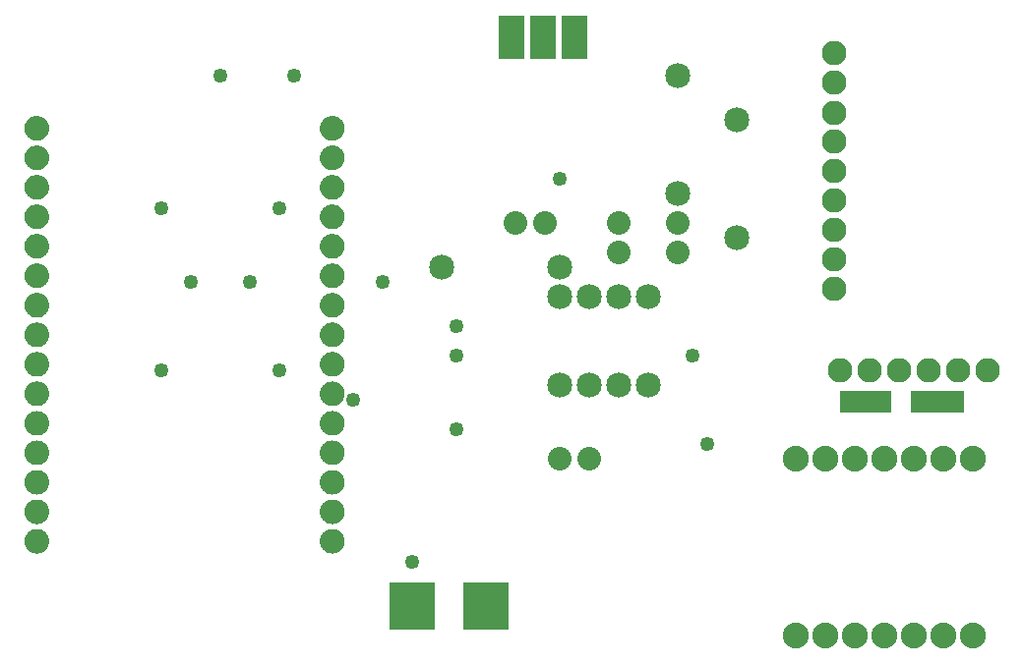
<source format=gts>
G04 MADE WITH FRITZING*
G04 WWW.FRITZING.ORG*
G04 DOUBLE SIDED*
G04 HOLES PLATED*
G04 CONTOUR ON CENTER OF CONTOUR VECTOR*
%ASAXBY*%
%FSLAX23Y23*%
%MOIN*%
%OFA0B0*%
%SFA1.0B1.0*%
%ADD10C,0.049370*%
%ADD11C,0.085000*%
%ADD12C,0.080000*%
%ADD13C,0.088000*%
%ADD14C,0.082917*%
%ADD15R,0.088704X0.149814*%
%ADD16R,0.183333X0.077778*%
%ADD17R,0.154444X0.160000*%
%ADD18R,0.172222X0.077778*%
%ADD19C,0.030000*%
%ADD20R,0.001000X0.001000*%
%LNMASK1*%
G90*
G70*
G54D10*
X704Y1999D03*
X954Y1999D03*
X604Y1299D03*
X804Y1299D03*
G54D11*
X1854Y949D03*
X1854Y1249D03*
X1954Y949D03*
X1954Y1249D03*
X2054Y949D03*
X2054Y1249D03*
X2154Y949D03*
X2154Y1249D03*
G54D12*
X1854Y699D03*
X1954Y699D03*
G54D11*
X1454Y1349D03*
X1854Y1349D03*
G54D12*
X1804Y1499D03*
X1704Y1499D03*
X2054Y1399D03*
X2054Y1499D03*
X2254Y1399D03*
X2254Y1499D03*
G54D10*
X1854Y1649D03*
G54D11*
X2254Y1999D03*
X2254Y1599D03*
X2454Y1849D03*
X2454Y1449D03*
G54D10*
X1504Y1149D03*
X504Y1549D03*
X504Y999D03*
X904Y1549D03*
X904Y999D03*
X1254Y1299D03*
X1354Y349D03*
X2304Y1049D03*
X2354Y749D03*
X1504Y799D03*
X1504Y1049D03*
X1154Y899D03*
G54D13*
X3254Y699D03*
X3154Y699D03*
X3054Y699D03*
X2954Y699D03*
X2854Y699D03*
X2754Y699D03*
X2654Y699D03*
X2654Y99D03*
X2754Y99D03*
X2854Y99D03*
X2954Y99D03*
X3054Y99D03*
X3154Y99D03*
X3254Y99D03*
G54D14*
X2785Y2074D03*
X2904Y999D03*
X2804Y999D03*
X3004Y999D03*
X3104Y999D03*
X3204Y999D03*
X3304Y999D03*
X2785Y1274D03*
X2785Y1374D03*
X2785Y1474D03*
X2785Y1574D03*
X2785Y1674D03*
X2785Y1774D03*
X2785Y1870D03*
X2785Y1974D03*
G54D15*
X1904Y2127D03*
X1796Y2127D03*
X1689Y2127D03*
G54D16*
X3134Y890D03*
G54D17*
X1604Y199D03*
G54D18*
X2890Y890D03*
G54D17*
X1354Y199D03*
G54D19*
G36*
X1827Y976D02*
X1882Y976D01*
X1882Y921D01*
X1827Y921D01*
X1827Y976D01*
G37*
D02*
G54D20*
X78Y1861D02*
X85Y1861D01*
X1079Y1861D02*
X1087Y1861D01*
X72Y1860D02*
X91Y1860D01*
X1073Y1860D02*
X1092Y1860D01*
X68Y1859D02*
X95Y1859D01*
X1070Y1859D02*
X1096Y1859D01*
X66Y1858D02*
X97Y1858D01*
X1067Y1858D02*
X1099Y1858D01*
X64Y1857D02*
X99Y1857D01*
X1065Y1857D02*
X1101Y1857D01*
X62Y1856D02*
X101Y1856D01*
X1063Y1856D02*
X1103Y1856D01*
X60Y1855D02*
X103Y1855D01*
X1061Y1855D02*
X1104Y1855D01*
X58Y1854D02*
X105Y1854D01*
X1060Y1854D02*
X1106Y1854D01*
X57Y1853D02*
X106Y1853D01*
X1058Y1853D02*
X1107Y1853D01*
X56Y1852D02*
X107Y1852D01*
X1057Y1852D02*
X1109Y1852D01*
X55Y1851D02*
X108Y1851D01*
X1056Y1851D02*
X1110Y1851D01*
X53Y1850D02*
X110Y1850D01*
X1055Y1850D02*
X1111Y1850D01*
X52Y1849D02*
X111Y1849D01*
X1054Y1849D02*
X1112Y1849D01*
X51Y1848D02*
X112Y1848D01*
X1053Y1848D02*
X1113Y1848D01*
X50Y1847D02*
X112Y1847D01*
X1052Y1847D02*
X1114Y1847D01*
X50Y1846D02*
X113Y1846D01*
X1051Y1846D02*
X1115Y1846D01*
X49Y1845D02*
X114Y1845D01*
X1050Y1845D02*
X1115Y1845D01*
X48Y1844D02*
X115Y1844D01*
X1049Y1844D02*
X1116Y1844D01*
X47Y1843D02*
X116Y1843D01*
X1049Y1843D02*
X1117Y1843D01*
X47Y1842D02*
X116Y1842D01*
X1048Y1842D02*
X1118Y1842D01*
X46Y1841D02*
X117Y1841D01*
X1047Y1841D02*
X1118Y1841D01*
X46Y1840D02*
X117Y1840D01*
X1047Y1840D02*
X1119Y1840D01*
X45Y1839D02*
X118Y1839D01*
X1046Y1839D02*
X1119Y1839D01*
X44Y1838D02*
X119Y1838D01*
X1046Y1838D02*
X1120Y1838D01*
X44Y1837D02*
X119Y1837D01*
X1045Y1837D02*
X1120Y1837D01*
X43Y1836D02*
X120Y1836D01*
X1045Y1836D02*
X1121Y1836D01*
X43Y1835D02*
X120Y1835D01*
X1044Y1835D02*
X1121Y1835D01*
X43Y1834D02*
X120Y1834D01*
X1044Y1834D02*
X1122Y1834D01*
X42Y1833D02*
X121Y1833D01*
X1044Y1833D02*
X1122Y1833D01*
X42Y1832D02*
X121Y1832D01*
X1043Y1832D02*
X1122Y1832D01*
X42Y1831D02*
X121Y1831D01*
X1043Y1831D02*
X1123Y1831D01*
X41Y1830D02*
X122Y1830D01*
X1043Y1830D02*
X1123Y1830D01*
X41Y1829D02*
X122Y1829D01*
X1042Y1829D02*
X1123Y1829D01*
X41Y1828D02*
X122Y1828D01*
X1042Y1828D02*
X1123Y1828D01*
X41Y1827D02*
X122Y1827D01*
X1042Y1827D02*
X1124Y1827D01*
X41Y1826D02*
X122Y1826D01*
X1042Y1826D02*
X1124Y1826D01*
X40Y1825D02*
X123Y1825D01*
X1042Y1825D02*
X1124Y1825D01*
X40Y1824D02*
X123Y1824D01*
X1042Y1824D02*
X1124Y1824D01*
X40Y1823D02*
X123Y1823D01*
X1041Y1823D02*
X1124Y1823D01*
X40Y1822D02*
X123Y1822D01*
X1041Y1822D02*
X1124Y1822D01*
X40Y1821D02*
X123Y1821D01*
X1041Y1821D02*
X1124Y1821D01*
X40Y1820D02*
X123Y1820D01*
X1041Y1820D02*
X1124Y1820D01*
X40Y1819D02*
X123Y1819D01*
X1041Y1819D02*
X1124Y1819D01*
X40Y1818D02*
X123Y1818D01*
X1041Y1818D02*
X1124Y1818D01*
X40Y1817D02*
X123Y1817D01*
X1041Y1817D02*
X1124Y1817D01*
X40Y1816D02*
X123Y1816D01*
X1041Y1816D02*
X1124Y1816D01*
X40Y1815D02*
X123Y1815D01*
X1042Y1815D02*
X1124Y1815D01*
X40Y1814D02*
X123Y1814D01*
X1042Y1814D02*
X1124Y1814D01*
X41Y1813D02*
X122Y1813D01*
X1042Y1813D02*
X1124Y1813D01*
X41Y1812D02*
X122Y1812D01*
X1042Y1812D02*
X1124Y1812D01*
X41Y1811D02*
X122Y1811D01*
X1042Y1811D02*
X1123Y1811D01*
X41Y1810D02*
X122Y1810D01*
X1042Y1810D02*
X1123Y1810D01*
X41Y1809D02*
X122Y1809D01*
X1043Y1809D02*
X1123Y1809D01*
X42Y1808D02*
X121Y1808D01*
X1043Y1808D02*
X1123Y1808D01*
X42Y1807D02*
X121Y1807D01*
X1043Y1807D02*
X1122Y1807D01*
X42Y1806D02*
X121Y1806D01*
X1043Y1806D02*
X1122Y1806D01*
X43Y1805D02*
X120Y1805D01*
X1044Y1805D02*
X1122Y1805D01*
X43Y1804D02*
X120Y1804D01*
X1044Y1804D02*
X1121Y1804D01*
X43Y1803D02*
X120Y1803D01*
X1045Y1803D02*
X1121Y1803D01*
X44Y1802D02*
X119Y1802D01*
X1045Y1802D02*
X1121Y1802D01*
X44Y1801D02*
X119Y1801D01*
X1045Y1801D02*
X1120Y1801D01*
X45Y1800D02*
X118Y1800D01*
X1046Y1800D02*
X1120Y1800D01*
X45Y1799D02*
X118Y1799D01*
X1047Y1799D02*
X1119Y1799D01*
X46Y1798D02*
X117Y1798D01*
X1047Y1798D02*
X1118Y1798D01*
X46Y1797D02*
X117Y1797D01*
X1048Y1797D02*
X1118Y1797D01*
X47Y1796D02*
X116Y1796D01*
X1048Y1796D02*
X1117Y1796D01*
X48Y1795D02*
X115Y1795D01*
X1049Y1795D02*
X1117Y1795D01*
X49Y1794D02*
X114Y1794D01*
X1050Y1794D02*
X1116Y1794D01*
X49Y1793D02*
X114Y1793D01*
X1051Y1793D02*
X1115Y1793D01*
X50Y1792D02*
X113Y1792D01*
X1051Y1792D02*
X1114Y1792D01*
X51Y1791D02*
X112Y1791D01*
X1052Y1791D02*
X1113Y1791D01*
X52Y1790D02*
X111Y1790D01*
X1053Y1790D02*
X1112Y1790D01*
X53Y1789D02*
X110Y1789D01*
X1054Y1789D02*
X1111Y1789D01*
X54Y1788D02*
X109Y1788D01*
X1055Y1788D02*
X1110Y1788D01*
X55Y1787D02*
X108Y1787D01*
X1056Y1787D02*
X1109Y1787D01*
X56Y1786D02*
X107Y1786D01*
X1058Y1786D02*
X1108Y1786D01*
X58Y1785D02*
X105Y1785D01*
X1059Y1785D02*
X1107Y1785D01*
X59Y1784D02*
X104Y1784D01*
X1061Y1784D02*
X1105Y1784D01*
X61Y1783D02*
X102Y1783D01*
X1062Y1783D02*
X1103Y1783D01*
X63Y1782D02*
X100Y1782D01*
X1064Y1782D02*
X1102Y1782D01*
X65Y1781D02*
X98Y1781D01*
X1066Y1781D02*
X1100Y1781D01*
X67Y1780D02*
X96Y1780D01*
X1068Y1780D02*
X1097Y1780D01*
X70Y1779D02*
X93Y1779D01*
X1071Y1779D02*
X1094Y1779D01*
X74Y1778D02*
X89Y1778D01*
X1076Y1778D02*
X1090Y1778D01*
X79Y1761D02*
X84Y1761D01*
X1080Y1761D02*
X1085Y1761D01*
X73Y1760D02*
X90Y1760D01*
X1074Y1760D02*
X1092Y1760D01*
X69Y1759D02*
X94Y1759D01*
X1070Y1759D02*
X1096Y1759D01*
X66Y1758D02*
X97Y1758D01*
X1067Y1758D02*
X1098Y1758D01*
X64Y1757D02*
X99Y1757D01*
X1065Y1757D02*
X1100Y1757D01*
X62Y1756D02*
X101Y1756D01*
X1063Y1756D02*
X1102Y1756D01*
X60Y1755D02*
X103Y1755D01*
X1062Y1755D02*
X1104Y1755D01*
X59Y1754D02*
X104Y1754D01*
X1060Y1754D02*
X1106Y1754D01*
X57Y1753D02*
X106Y1753D01*
X1059Y1753D02*
X1107Y1753D01*
X56Y1752D02*
X107Y1752D01*
X1057Y1752D02*
X1108Y1752D01*
X55Y1751D02*
X108Y1751D01*
X1056Y1751D02*
X1110Y1751D01*
X54Y1750D02*
X109Y1750D01*
X1055Y1750D02*
X1111Y1750D01*
X52Y1749D02*
X111Y1749D01*
X1054Y1749D02*
X1112Y1749D01*
X51Y1748D02*
X112Y1748D01*
X1053Y1748D02*
X1113Y1748D01*
X51Y1747D02*
X112Y1747D01*
X1052Y1747D02*
X1114Y1747D01*
X50Y1746D02*
X113Y1746D01*
X1051Y1746D02*
X1115Y1746D01*
X49Y1745D02*
X114Y1745D01*
X1050Y1745D02*
X1115Y1745D01*
X48Y1744D02*
X115Y1744D01*
X1050Y1744D02*
X1116Y1744D01*
X47Y1743D02*
X116Y1743D01*
X1049Y1743D02*
X1117Y1743D01*
X47Y1742D02*
X116Y1742D01*
X1048Y1742D02*
X1117Y1742D01*
X46Y1741D02*
X117Y1741D01*
X1047Y1741D02*
X1118Y1741D01*
X46Y1740D02*
X117Y1740D01*
X1047Y1740D02*
X1119Y1740D01*
X45Y1739D02*
X118Y1739D01*
X1046Y1739D02*
X1119Y1739D01*
X44Y1738D02*
X119Y1738D01*
X1046Y1738D02*
X1120Y1738D01*
X44Y1737D02*
X119Y1737D01*
X1045Y1737D02*
X1120Y1737D01*
X43Y1736D02*
X119Y1736D01*
X1045Y1736D02*
X1121Y1736D01*
X43Y1735D02*
X120Y1735D01*
X1044Y1735D02*
X1121Y1735D01*
X43Y1734D02*
X120Y1734D01*
X1044Y1734D02*
X1122Y1734D01*
X42Y1733D02*
X121Y1733D01*
X1044Y1733D02*
X1122Y1733D01*
X42Y1732D02*
X121Y1732D01*
X1043Y1732D02*
X1122Y1732D01*
X42Y1731D02*
X121Y1731D01*
X1043Y1731D02*
X1123Y1731D01*
X41Y1730D02*
X122Y1730D01*
X1043Y1730D02*
X1123Y1730D01*
X41Y1729D02*
X122Y1729D01*
X1043Y1729D02*
X1123Y1729D01*
X41Y1728D02*
X122Y1728D01*
X1042Y1728D02*
X1123Y1728D01*
X41Y1727D02*
X122Y1727D01*
X1042Y1727D02*
X1124Y1727D01*
X41Y1726D02*
X122Y1726D01*
X1042Y1726D02*
X1124Y1726D01*
X40Y1725D02*
X123Y1725D01*
X1042Y1725D02*
X1124Y1725D01*
X40Y1724D02*
X123Y1724D01*
X1042Y1724D02*
X1124Y1724D01*
X40Y1723D02*
X123Y1723D01*
X1041Y1723D02*
X1124Y1723D01*
X40Y1722D02*
X123Y1722D01*
X1041Y1722D02*
X1124Y1722D01*
X40Y1721D02*
X123Y1721D01*
X1041Y1721D02*
X1124Y1721D01*
X40Y1720D02*
X123Y1720D01*
X1041Y1720D02*
X1124Y1720D01*
X40Y1719D02*
X123Y1719D01*
X1041Y1719D02*
X1124Y1719D01*
X40Y1718D02*
X123Y1718D01*
X1041Y1718D02*
X1124Y1718D01*
X40Y1717D02*
X123Y1717D01*
X1041Y1717D02*
X1124Y1717D01*
X40Y1716D02*
X123Y1716D01*
X1041Y1716D02*
X1124Y1716D01*
X40Y1715D02*
X123Y1715D01*
X1041Y1715D02*
X1124Y1715D01*
X40Y1714D02*
X123Y1714D01*
X1042Y1714D02*
X1124Y1714D01*
X41Y1713D02*
X122Y1713D01*
X1042Y1713D02*
X1124Y1713D01*
X41Y1712D02*
X122Y1712D01*
X1042Y1712D02*
X1124Y1712D01*
X41Y1711D02*
X122Y1711D01*
X1042Y1711D02*
X1123Y1711D01*
X41Y1710D02*
X122Y1710D01*
X1042Y1710D02*
X1123Y1710D01*
X41Y1709D02*
X122Y1709D01*
X1043Y1709D02*
X1123Y1709D01*
X42Y1708D02*
X121Y1708D01*
X1043Y1708D02*
X1123Y1708D01*
X42Y1707D02*
X121Y1707D01*
X1043Y1707D02*
X1122Y1707D01*
X42Y1706D02*
X121Y1706D01*
X1043Y1706D02*
X1122Y1706D01*
X42Y1705D02*
X121Y1705D01*
X1044Y1705D02*
X1122Y1705D01*
X43Y1704D02*
X120Y1704D01*
X1044Y1704D02*
X1121Y1704D01*
X43Y1703D02*
X120Y1703D01*
X1044Y1703D02*
X1121Y1703D01*
X44Y1702D02*
X119Y1702D01*
X1045Y1702D02*
X1121Y1702D01*
X44Y1701D02*
X119Y1701D01*
X1045Y1701D02*
X1120Y1701D01*
X45Y1700D02*
X118Y1700D01*
X1046Y1700D02*
X1120Y1700D01*
X45Y1699D02*
X118Y1699D01*
X1046Y1699D02*
X1119Y1699D01*
X46Y1698D02*
X117Y1698D01*
X1047Y1698D02*
X1119Y1698D01*
X46Y1697D02*
X117Y1697D01*
X1048Y1697D02*
X1118Y1697D01*
X47Y1696D02*
X116Y1696D01*
X1048Y1696D02*
X1117Y1696D01*
X48Y1695D02*
X115Y1695D01*
X1049Y1695D02*
X1117Y1695D01*
X48Y1694D02*
X115Y1694D01*
X1050Y1694D02*
X1116Y1694D01*
X49Y1693D02*
X114Y1693D01*
X1050Y1693D02*
X1115Y1693D01*
X50Y1692D02*
X113Y1692D01*
X1051Y1692D02*
X1114Y1692D01*
X51Y1691D02*
X112Y1691D01*
X1052Y1691D02*
X1113Y1691D01*
X52Y1690D02*
X111Y1690D01*
X1053Y1690D02*
X1113Y1690D01*
X53Y1689D02*
X110Y1689D01*
X1054Y1689D02*
X1112Y1689D01*
X54Y1688D02*
X109Y1688D01*
X1055Y1688D02*
X1110Y1688D01*
X55Y1687D02*
X108Y1687D01*
X1056Y1687D02*
X1109Y1687D01*
X56Y1686D02*
X107Y1686D01*
X1058Y1686D02*
X1108Y1686D01*
X58Y1685D02*
X105Y1685D01*
X1059Y1685D02*
X1107Y1685D01*
X59Y1684D02*
X104Y1684D01*
X1060Y1684D02*
X1105Y1684D01*
X61Y1683D02*
X102Y1683D01*
X1062Y1683D02*
X1104Y1683D01*
X62Y1682D02*
X101Y1682D01*
X1064Y1682D02*
X1102Y1682D01*
X64Y1681D02*
X99Y1681D01*
X1066Y1681D02*
X1100Y1681D01*
X67Y1680D02*
X96Y1680D01*
X1068Y1680D02*
X1097Y1680D01*
X70Y1679D02*
X93Y1679D01*
X1071Y1679D02*
X1095Y1679D01*
X74Y1678D02*
X89Y1678D01*
X1075Y1678D02*
X1090Y1678D01*
X81Y1661D02*
X82Y1661D01*
X1082Y1661D02*
X1083Y1661D01*
X73Y1660D02*
X90Y1660D01*
X1074Y1660D02*
X1091Y1660D01*
X69Y1659D02*
X94Y1659D01*
X1070Y1659D02*
X1095Y1659D01*
X66Y1658D02*
X97Y1658D01*
X1068Y1658D02*
X1098Y1658D01*
X64Y1657D02*
X99Y1657D01*
X1065Y1657D02*
X1100Y1657D01*
X62Y1656D02*
X101Y1656D01*
X1063Y1656D02*
X1102Y1656D01*
X60Y1655D02*
X103Y1655D01*
X1062Y1655D02*
X1104Y1655D01*
X59Y1654D02*
X104Y1654D01*
X1060Y1654D02*
X1105Y1654D01*
X57Y1653D02*
X106Y1653D01*
X1059Y1653D02*
X1107Y1653D01*
X56Y1652D02*
X107Y1652D01*
X1057Y1652D02*
X1108Y1652D01*
X55Y1651D02*
X108Y1651D01*
X1056Y1651D02*
X1110Y1651D01*
X54Y1650D02*
X109Y1650D01*
X1055Y1650D02*
X1111Y1650D01*
X53Y1649D02*
X110Y1649D01*
X1054Y1649D02*
X1112Y1649D01*
X52Y1648D02*
X111Y1648D01*
X1053Y1648D02*
X1113Y1648D01*
X51Y1647D02*
X112Y1647D01*
X1052Y1647D02*
X1114Y1647D01*
X50Y1646D02*
X113Y1646D01*
X1051Y1646D02*
X1114Y1646D01*
X49Y1645D02*
X114Y1645D01*
X1050Y1645D02*
X1115Y1645D01*
X48Y1644D02*
X115Y1644D01*
X1050Y1644D02*
X1116Y1644D01*
X48Y1643D02*
X115Y1643D01*
X1049Y1643D02*
X1117Y1643D01*
X47Y1642D02*
X116Y1642D01*
X1048Y1642D02*
X1117Y1642D01*
X46Y1641D02*
X117Y1641D01*
X1048Y1641D02*
X1118Y1641D01*
X46Y1640D02*
X117Y1640D01*
X1047Y1640D02*
X1119Y1640D01*
X45Y1639D02*
X118Y1639D01*
X1046Y1639D02*
X1119Y1639D01*
X45Y1638D02*
X118Y1638D01*
X1046Y1638D02*
X1120Y1638D01*
X44Y1637D02*
X119Y1637D01*
X1045Y1637D02*
X1120Y1637D01*
X44Y1636D02*
X119Y1636D01*
X1045Y1636D02*
X1121Y1636D01*
X43Y1635D02*
X120Y1635D01*
X1044Y1635D02*
X1121Y1635D01*
X43Y1634D02*
X120Y1634D01*
X1044Y1634D02*
X1122Y1634D01*
X42Y1633D02*
X121Y1633D01*
X1044Y1633D02*
X1122Y1633D01*
X42Y1632D02*
X121Y1632D01*
X1043Y1632D02*
X1122Y1632D01*
X42Y1631D02*
X121Y1631D01*
X1043Y1631D02*
X1123Y1631D01*
X41Y1630D02*
X121Y1630D01*
X1043Y1630D02*
X1123Y1630D01*
X41Y1629D02*
X122Y1629D01*
X1043Y1629D02*
X1123Y1629D01*
X41Y1628D02*
X122Y1628D01*
X1042Y1628D02*
X1123Y1628D01*
X41Y1627D02*
X122Y1627D01*
X1042Y1627D02*
X1123Y1627D01*
X41Y1626D02*
X122Y1626D01*
X1042Y1626D02*
X1124Y1626D01*
X40Y1625D02*
X123Y1625D01*
X1042Y1625D02*
X1124Y1625D01*
X40Y1624D02*
X123Y1624D01*
X1042Y1624D02*
X1124Y1624D01*
X40Y1623D02*
X123Y1623D01*
X1041Y1623D02*
X1124Y1623D01*
X40Y1622D02*
X123Y1622D01*
X1041Y1622D02*
X1124Y1622D01*
X40Y1621D02*
X123Y1621D01*
X1041Y1621D02*
X1124Y1621D01*
X40Y1620D02*
X123Y1620D01*
X1041Y1620D02*
X1124Y1620D01*
X40Y1619D02*
X123Y1619D01*
X1041Y1619D02*
X1124Y1619D01*
X40Y1618D02*
X123Y1618D01*
X1041Y1618D02*
X1124Y1618D01*
X40Y1617D02*
X123Y1617D01*
X1041Y1617D02*
X1124Y1617D01*
X40Y1616D02*
X123Y1616D01*
X1041Y1616D02*
X1124Y1616D01*
X40Y1615D02*
X123Y1615D01*
X1041Y1615D02*
X1124Y1615D01*
X40Y1614D02*
X123Y1614D01*
X1042Y1614D02*
X1124Y1614D01*
X40Y1613D02*
X122Y1613D01*
X1042Y1613D02*
X1124Y1613D01*
X41Y1612D02*
X122Y1612D01*
X1042Y1612D02*
X1124Y1612D01*
X41Y1611D02*
X122Y1611D01*
X1042Y1611D02*
X1123Y1611D01*
X41Y1610D02*
X122Y1610D01*
X1042Y1610D02*
X1123Y1610D01*
X41Y1609D02*
X122Y1609D01*
X1043Y1609D02*
X1123Y1609D01*
X42Y1608D02*
X121Y1608D01*
X1043Y1608D02*
X1123Y1608D01*
X42Y1607D02*
X121Y1607D01*
X1043Y1607D02*
X1123Y1607D01*
X42Y1606D02*
X121Y1606D01*
X1043Y1606D02*
X1122Y1606D01*
X42Y1605D02*
X121Y1605D01*
X1044Y1605D02*
X1122Y1605D01*
X43Y1604D02*
X120Y1604D01*
X1044Y1604D02*
X1121Y1604D01*
X43Y1603D02*
X120Y1603D01*
X1044Y1603D02*
X1121Y1603D01*
X44Y1602D02*
X119Y1602D01*
X1045Y1602D02*
X1121Y1602D01*
X44Y1601D02*
X119Y1601D01*
X1045Y1601D02*
X1120Y1601D01*
X45Y1600D02*
X118Y1600D01*
X1046Y1600D02*
X1120Y1600D01*
X45Y1599D02*
X118Y1599D01*
X1046Y1599D02*
X1119Y1599D01*
X46Y1598D02*
X117Y1598D01*
X1047Y1598D02*
X1119Y1598D01*
X46Y1597D02*
X117Y1597D01*
X1048Y1597D02*
X1118Y1597D01*
X47Y1596D02*
X116Y1596D01*
X1048Y1596D02*
X1117Y1596D01*
X48Y1595D02*
X115Y1595D01*
X1049Y1595D02*
X1117Y1595D01*
X48Y1594D02*
X115Y1594D01*
X1050Y1594D02*
X1116Y1594D01*
X49Y1593D02*
X114Y1593D01*
X1050Y1593D02*
X1115Y1593D01*
X50Y1592D02*
X113Y1592D01*
X1051Y1592D02*
X1114Y1592D01*
X51Y1591D02*
X112Y1591D01*
X1052Y1591D02*
X1114Y1591D01*
X52Y1590D02*
X111Y1590D01*
X1053Y1590D02*
X1113Y1590D01*
X53Y1589D02*
X110Y1589D01*
X1054Y1589D02*
X1112Y1589D01*
X54Y1588D02*
X109Y1588D01*
X1055Y1588D02*
X1111Y1588D01*
X55Y1587D02*
X108Y1587D01*
X1056Y1587D02*
X1109Y1587D01*
X56Y1586D02*
X107Y1586D01*
X1057Y1586D02*
X1108Y1586D01*
X57Y1585D02*
X106Y1585D01*
X1059Y1585D02*
X1107Y1585D01*
X59Y1584D02*
X104Y1584D01*
X1060Y1584D02*
X1105Y1584D01*
X61Y1583D02*
X102Y1583D01*
X1062Y1583D02*
X1104Y1583D01*
X62Y1582D02*
X101Y1582D01*
X1063Y1582D02*
X1102Y1582D01*
X64Y1581D02*
X99Y1581D01*
X1065Y1581D02*
X1100Y1581D01*
X66Y1580D02*
X97Y1580D01*
X1068Y1580D02*
X1098Y1580D01*
X69Y1579D02*
X94Y1579D01*
X1071Y1579D02*
X1095Y1579D01*
X73Y1578D02*
X90Y1578D01*
X1074Y1578D02*
X1091Y1578D01*
X73Y1560D02*
X90Y1560D01*
X1075Y1560D02*
X1091Y1560D01*
X69Y1559D02*
X94Y1559D01*
X1071Y1559D02*
X1095Y1559D01*
X67Y1558D02*
X96Y1558D01*
X1068Y1558D02*
X1098Y1558D01*
X64Y1557D02*
X99Y1557D01*
X1066Y1557D02*
X1100Y1557D01*
X62Y1556D02*
X101Y1556D01*
X1064Y1556D02*
X1102Y1556D01*
X61Y1555D02*
X102Y1555D01*
X1062Y1555D02*
X1104Y1555D01*
X59Y1554D02*
X104Y1554D01*
X1060Y1554D02*
X1105Y1554D01*
X58Y1553D02*
X105Y1553D01*
X1059Y1553D02*
X1107Y1553D01*
X56Y1552D02*
X107Y1552D01*
X1057Y1552D02*
X1108Y1552D01*
X55Y1551D02*
X108Y1551D01*
X1056Y1551D02*
X1109Y1551D01*
X54Y1550D02*
X109Y1550D01*
X1055Y1550D02*
X1111Y1550D01*
X53Y1549D02*
X110Y1549D01*
X1054Y1549D02*
X1112Y1549D01*
X52Y1548D02*
X111Y1548D01*
X1053Y1548D02*
X1113Y1548D01*
X51Y1547D02*
X112Y1547D01*
X1052Y1547D02*
X1113Y1547D01*
X50Y1546D02*
X113Y1546D01*
X1051Y1546D02*
X1114Y1546D01*
X49Y1545D02*
X114Y1545D01*
X1050Y1545D02*
X1115Y1545D01*
X48Y1544D02*
X115Y1544D01*
X1050Y1544D02*
X1116Y1544D01*
X48Y1543D02*
X115Y1543D01*
X1049Y1543D02*
X1117Y1543D01*
X47Y1542D02*
X116Y1542D01*
X1048Y1542D02*
X1117Y1542D01*
X46Y1541D02*
X117Y1541D01*
X1048Y1541D02*
X1118Y1541D01*
X46Y1540D02*
X117Y1540D01*
X1047Y1540D02*
X1119Y1540D01*
X45Y1539D02*
X118Y1539D01*
X1046Y1539D02*
X1119Y1539D01*
X45Y1538D02*
X118Y1538D01*
X1046Y1538D02*
X1120Y1538D01*
X44Y1537D02*
X119Y1537D01*
X1045Y1537D02*
X1120Y1537D01*
X44Y1536D02*
X119Y1536D01*
X1045Y1536D02*
X1121Y1536D01*
X43Y1535D02*
X120Y1535D01*
X1044Y1535D02*
X1121Y1535D01*
X43Y1534D02*
X120Y1534D01*
X1044Y1534D02*
X1121Y1534D01*
X42Y1533D02*
X121Y1533D01*
X1044Y1533D02*
X1122Y1533D01*
X42Y1532D02*
X121Y1532D01*
X1043Y1532D02*
X1122Y1532D01*
X42Y1531D02*
X121Y1531D01*
X1043Y1531D02*
X1123Y1531D01*
X42Y1530D02*
X121Y1530D01*
X1043Y1530D02*
X1123Y1530D01*
X41Y1529D02*
X122Y1529D01*
X1043Y1529D02*
X1123Y1529D01*
X41Y1528D02*
X122Y1528D01*
X1042Y1528D02*
X1123Y1528D01*
X41Y1527D02*
X122Y1527D01*
X1042Y1527D02*
X1123Y1527D01*
X41Y1526D02*
X122Y1526D01*
X1042Y1526D02*
X1124Y1526D01*
X40Y1525D02*
X122Y1525D01*
X1042Y1525D02*
X1124Y1525D01*
X40Y1524D02*
X123Y1524D01*
X1042Y1524D02*
X1124Y1524D01*
X40Y1523D02*
X123Y1523D01*
X1041Y1523D02*
X1124Y1523D01*
X40Y1522D02*
X123Y1522D01*
X1041Y1522D02*
X1124Y1522D01*
X40Y1521D02*
X123Y1521D01*
X1041Y1521D02*
X1124Y1521D01*
X40Y1520D02*
X123Y1520D01*
X1041Y1520D02*
X1124Y1520D01*
X40Y1519D02*
X123Y1519D01*
X1041Y1519D02*
X1124Y1519D01*
X40Y1518D02*
X123Y1518D01*
X1041Y1518D02*
X1124Y1518D01*
X40Y1517D02*
X123Y1517D01*
X1041Y1517D02*
X1124Y1517D01*
X40Y1516D02*
X123Y1516D01*
X1041Y1516D02*
X1124Y1516D01*
X40Y1515D02*
X123Y1515D01*
X1041Y1515D02*
X1124Y1515D01*
X40Y1514D02*
X123Y1514D01*
X1042Y1514D02*
X1124Y1514D01*
X40Y1513D02*
X123Y1513D01*
X1042Y1513D02*
X1124Y1513D01*
X41Y1512D02*
X122Y1512D01*
X1042Y1512D02*
X1124Y1512D01*
X41Y1511D02*
X122Y1511D01*
X1042Y1511D02*
X1123Y1511D01*
X41Y1510D02*
X122Y1510D01*
X1042Y1510D02*
X1123Y1510D01*
X41Y1509D02*
X122Y1509D01*
X1043Y1509D02*
X1123Y1509D01*
X41Y1508D02*
X121Y1508D01*
X1043Y1508D02*
X1123Y1508D01*
X42Y1507D02*
X121Y1507D01*
X1043Y1507D02*
X1123Y1507D01*
X42Y1506D02*
X121Y1506D01*
X1043Y1506D02*
X1122Y1506D01*
X42Y1505D02*
X121Y1505D01*
X1044Y1505D02*
X1122Y1505D01*
X43Y1504D02*
X120Y1504D01*
X1044Y1504D02*
X1122Y1504D01*
X43Y1503D02*
X120Y1503D01*
X1044Y1503D02*
X1121Y1503D01*
X44Y1502D02*
X119Y1502D01*
X1045Y1502D02*
X1121Y1502D01*
X44Y1501D02*
X119Y1501D01*
X1045Y1501D02*
X1120Y1501D01*
X45Y1500D02*
X118Y1500D01*
X1046Y1500D02*
X1120Y1500D01*
X45Y1499D02*
X118Y1499D01*
X1046Y1499D02*
X1119Y1499D01*
X46Y1498D02*
X117Y1498D01*
X1047Y1498D02*
X1119Y1498D01*
X46Y1497D02*
X117Y1497D01*
X1048Y1497D02*
X1118Y1497D01*
X47Y1496D02*
X116Y1496D01*
X1048Y1496D02*
X1117Y1496D01*
X48Y1495D02*
X115Y1495D01*
X1049Y1495D02*
X1117Y1495D01*
X48Y1494D02*
X115Y1494D01*
X1050Y1494D02*
X1116Y1494D01*
X49Y1493D02*
X114Y1493D01*
X1050Y1493D02*
X1115Y1493D01*
X50Y1492D02*
X113Y1492D01*
X1051Y1492D02*
X1115Y1492D01*
X51Y1491D02*
X112Y1491D01*
X1052Y1491D02*
X1114Y1491D01*
X52Y1490D02*
X111Y1490D01*
X1053Y1490D02*
X1113Y1490D01*
X52Y1489D02*
X111Y1489D01*
X1054Y1489D02*
X1112Y1489D01*
X54Y1488D02*
X109Y1488D01*
X1055Y1488D02*
X1111Y1488D01*
X55Y1487D02*
X108Y1487D01*
X1056Y1487D02*
X1110Y1487D01*
X56Y1486D02*
X107Y1486D01*
X1057Y1486D02*
X1108Y1486D01*
X57Y1485D02*
X106Y1485D01*
X1059Y1485D02*
X1107Y1485D01*
X59Y1484D02*
X104Y1484D01*
X1060Y1484D02*
X1106Y1484D01*
X60Y1483D02*
X103Y1483D01*
X1062Y1483D02*
X1104Y1483D01*
X62Y1482D02*
X101Y1482D01*
X1063Y1482D02*
X1102Y1482D01*
X64Y1481D02*
X99Y1481D01*
X1065Y1481D02*
X1100Y1481D01*
X66Y1480D02*
X97Y1480D01*
X1067Y1480D02*
X1098Y1480D01*
X69Y1479D02*
X94Y1479D01*
X1070Y1479D02*
X1095Y1479D01*
X73Y1478D02*
X90Y1478D01*
X1074Y1478D02*
X1091Y1478D01*
X80Y1477D02*
X83Y1477D01*
X1081Y1477D02*
X1084Y1477D01*
X74Y1460D02*
X89Y1460D01*
X1075Y1460D02*
X1090Y1460D01*
X70Y1459D02*
X93Y1459D01*
X1071Y1459D02*
X1094Y1459D01*
X67Y1458D02*
X96Y1458D01*
X1068Y1458D02*
X1097Y1458D01*
X64Y1457D02*
X98Y1457D01*
X1066Y1457D02*
X1100Y1457D01*
X62Y1456D02*
X101Y1456D01*
X1064Y1456D02*
X1102Y1456D01*
X61Y1455D02*
X102Y1455D01*
X1062Y1455D02*
X1104Y1455D01*
X59Y1454D02*
X104Y1454D01*
X1060Y1454D02*
X1105Y1454D01*
X58Y1453D02*
X105Y1453D01*
X1059Y1453D02*
X1107Y1453D01*
X56Y1452D02*
X107Y1452D01*
X1058Y1452D02*
X1108Y1452D01*
X55Y1451D02*
X108Y1451D01*
X1056Y1451D02*
X1109Y1451D01*
X54Y1450D02*
X109Y1450D01*
X1055Y1450D02*
X1110Y1450D01*
X53Y1449D02*
X110Y1449D01*
X1054Y1449D02*
X1112Y1449D01*
X52Y1448D02*
X111Y1448D01*
X1053Y1448D02*
X1113Y1448D01*
X51Y1447D02*
X112Y1447D01*
X1052Y1447D02*
X1113Y1447D01*
X50Y1446D02*
X113Y1446D01*
X1051Y1446D02*
X1114Y1446D01*
X49Y1445D02*
X114Y1445D01*
X1050Y1445D02*
X1115Y1445D01*
X48Y1444D02*
X115Y1444D01*
X1050Y1444D02*
X1116Y1444D01*
X48Y1443D02*
X115Y1443D01*
X1049Y1443D02*
X1117Y1443D01*
X47Y1442D02*
X116Y1442D01*
X1048Y1442D02*
X1117Y1442D01*
X46Y1441D02*
X117Y1441D01*
X1048Y1441D02*
X1118Y1441D01*
X46Y1440D02*
X117Y1440D01*
X1047Y1440D02*
X1118Y1440D01*
X45Y1439D02*
X118Y1439D01*
X1046Y1439D02*
X1119Y1439D01*
X45Y1438D02*
X118Y1438D01*
X1046Y1438D02*
X1120Y1438D01*
X44Y1437D02*
X119Y1437D01*
X1045Y1437D02*
X1120Y1437D01*
X44Y1436D02*
X119Y1436D01*
X1045Y1436D02*
X1121Y1436D01*
X43Y1435D02*
X120Y1435D01*
X1044Y1435D02*
X1121Y1435D01*
X43Y1434D02*
X120Y1434D01*
X1044Y1434D02*
X1121Y1434D01*
X42Y1433D02*
X121Y1433D01*
X1044Y1433D02*
X1122Y1433D01*
X42Y1432D02*
X121Y1432D01*
X1043Y1432D02*
X1122Y1432D01*
X42Y1431D02*
X121Y1431D01*
X1043Y1431D02*
X1122Y1431D01*
X42Y1430D02*
X121Y1430D01*
X1043Y1430D02*
X1123Y1430D01*
X41Y1429D02*
X122Y1429D01*
X1043Y1429D02*
X1123Y1429D01*
X41Y1428D02*
X122Y1428D01*
X1042Y1428D02*
X1123Y1428D01*
X41Y1427D02*
X122Y1427D01*
X1042Y1427D02*
X1123Y1427D01*
X41Y1426D02*
X122Y1426D01*
X1042Y1426D02*
X1124Y1426D01*
X41Y1425D02*
X122Y1425D01*
X1042Y1425D02*
X1124Y1425D01*
X40Y1424D02*
X123Y1424D01*
X1042Y1424D02*
X1124Y1424D01*
X40Y1423D02*
X123Y1423D01*
X1041Y1423D02*
X1124Y1423D01*
X40Y1422D02*
X123Y1422D01*
X1041Y1422D02*
X1124Y1422D01*
X40Y1421D02*
X123Y1421D01*
X1041Y1421D02*
X1124Y1421D01*
X40Y1420D02*
X123Y1420D01*
X1041Y1420D02*
X1124Y1420D01*
X40Y1419D02*
X123Y1419D01*
X1041Y1419D02*
X1124Y1419D01*
X40Y1418D02*
X123Y1418D01*
X1041Y1418D02*
X1124Y1418D01*
X40Y1417D02*
X123Y1417D01*
X1041Y1417D02*
X1124Y1417D01*
X40Y1416D02*
X123Y1416D01*
X1041Y1416D02*
X1124Y1416D01*
X40Y1415D02*
X123Y1415D01*
X1041Y1415D02*
X1124Y1415D01*
X40Y1414D02*
X123Y1414D01*
X1042Y1414D02*
X1124Y1414D01*
X40Y1413D02*
X123Y1413D01*
X1042Y1413D02*
X1124Y1413D01*
X41Y1412D02*
X122Y1412D01*
X1042Y1412D02*
X1124Y1412D01*
X41Y1411D02*
X122Y1411D01*
X1042Y1411D02*
X1124Y1411D01*
X41Y1410D02*
X122Y1410D01*
X1042Y1410D02*
X1123Y1410D01*
X41Y1409D02*
X122Y1409D01*
X1043Y1409D02*
X1123Y1409D01*
X41Y1408D02*
X122Y1408D01*
X1043Y1408D02*
X1123Y1408D01*
X42Y1407D02*
X121Y1407D01*
X1043Y1407D02*
X1123Y1407D01*
X42Y1406D02*
X121Y1406D01*
X1043Y1406D02*
X1122Y1406D01*
X42Y1405D02*
X121Y1405D01*
X1044Y1405D02*
X1122Y1405D01*
X43Y1404D02*
X120Y1404D01*
X1044Y1404D02*
X1122Y1404D01*
X43Y1403D02*
X120Y1403D01*
X1044Y1403D02*
X1121Y1403D01*
X43Y1402D02*
X120Y1402D01*
X1045Y1402D02*
X1121Y1402D01*
X44Y1401D02*
X119Y1401D01*
X1045Y1401D02*
X1120Y1401D01*
X44Y1400D02*
X119Y1400D01*
X1046Y1400D02*
X1120Y1400D01*
X45Y1399D02*
X118Y1399D01*
X1046Y1399D02*
X1119Y1399D01*
X46Y1398D02*
X117Y1398D01*
X1047Y1398D02*
X1119Y1398D01*
X46Y1397D02*
X117Y1397D01*
X1047Y1397D02*
X1118Y1397D01*
X47Y1396D02*
X116Y1396D01*
X1048Y1396D02*
X1117Y1396D01*
X47Y1395D02*
X116Y1395D01*
X1049Y1395D02*
X1117Y1395D01*
X48Y1394D02*
X115Y1394D01*
X1049Y1394D02*
X1116Y1394D01*
X49Y1393D02*
X114Y1393D01*
X1050Y1393D02*
X1115Y1393D01*
X50Y1392D02*
X113Y1392D01*
X1051Y1392D02*
X1115Y1392D01*
X51Y1391D02*
X112Y1391D01*
X1052Y1391D02*
X1114Y1391D01*
X51Y1390D02*
X112Y1390D01*
X1053Y1390D02*
X1113Y1390D01*
X52Y1389D02*
X111Y1389D01*
X1054Y1389D02*
X1112Y1389D01*
X53Y1388D02*
X110Y1388D01*
X1055Y1388D02*
X1111Y1388D01*
X55Y1387D02*
X108Y1387D01*
X1056Y1387D02*
X1110Y1387D01*
X56Y1386D02*
X107Y1386D01*
X1057Y1386D02*
X1108Y1386D01*
X57Y1385D02*
X106Y1385D01*
X1058Y1385D02*
X1107Y1385D01*
X59Y1384D02*
X104Y1384D01*
X1060Y1384D02*
X1106Y1384D01*
X60Y1383D02*
X103Y1383D01*
X1061Y1383D02*
X1104Y1383D01*
X62Y1382D02*
X101Y1382D01*
X1063Y1382D02*
X1102Y1382D01*
X64Y1381D02*
X99Y1381D01*
X1065Y1381D02*
X1101Y1381D01*
X66Y1380D02*
X97Y1380D01*
X1067Y1380D02*
X1098Y1380D01*
X69Y1379D02*
X94Y1379D01*
X1070Y1379D02*
X1096Y1379D01*
X72Y1378D02*
X91Y1378D01*
X1074Y1378D02*
X1092Y1378D01*
X78Y1377D02*
X85Y1377D01*
X1080Y1377D02*
X1086Y1377D01*
X75Y1360D02*
X88Y1360D01*
X1076Y1360D02*
X1090Y1360D01*
X70Y1359D02*
X93Y1359D01*
X1072Y1359D02*
X1094Y1359D01*
X67Y1358D02*
X96Y1358D01*
X1068Y1358D02*
X1097Y1358D01*
X65Y1357D02*
X98Y1357D01*
X1066Y1357D02*
X1100Y1357D01*
X63Y1356D02*
X100Y1356D01*
X1064Y1356D02*
X1102Y1356D01*
X61Y1355D02*
X102Y1355D01*
X1062Y1355D02*
X1103Y1355D01*
X59Y1354D02*
X104Y1354D01*
X1061Y1354D02*
X1105Y1354D01*
X58Y1353D02*
X105Y1353D01*
X1059Y1353D02*
X1106Y1353D01*
X56Y1352D02*
X107Y1352D01*
X1058Y1352D02*
X1108Y1352D01*
X55Y1351D02*
X108Y1351D01*
X1056Y1351D02*
X1109Y1351D01*
X54Y1350D02*
X109Y1350D01*
X1055Y1350D02*
X1110Y1350D01*
X53Y1349D02*
X110Y1349D01*
X1054Y1349D02*
X1111Y1349D01*
X52Y1348D02*
X111Y1348D01*
X1053Y1348D02*
X1112Y1348D01*
X51Y1347D02*
X112Y1347D01*
X1052Y1347D02*
X1113Y1347D01*
X50Y1346D02*
X113Y1346D01*
X1051Y1346D02*
X1114Y1346D01*
X49Y1345D02*
X114Y1345D01*
X1051Y1345D02*
X1115Y1345D01*
X49Y1344D02*
X114Y1344D01*
X1050Y1344D02*
X1116Y1344D01*
X48Y1343D02*
X115Y1343D01*
X1049Y1343D02*
X1116Y1343D01*
X47Y1342D02*
X116Y1342D01*
X1048Y1342D02*
X1117Y1342D01*
X46Y1341D02*
X117Y1341D01*
X1048Y1341D02*
X1118Y1341D01*
X46Y1340D02*
X117Y1340D01*
X1047Y1340D02*
X1118Y1340D01*
X45Y1339D02*
X118Y1339D01*
X1047Y1339D02*
X1119Y1339D01*
X45Y1338D02*
X118Y1338D01*
X1046Y1338D02*
X1120Y1338D01*
X44Y1337D02*
X119Y1337D01*
X1045Y1337D02*
X1120Y1337D01*
X44Y1336D02*
X119Y1336D01*
X1045Y1336D02*
X1121Y1336D01*
X43Y1335D02*
X120Y1335D01*
X1045Y1335D02*
X1121Y1335D01*
X43Y1334D02*
X120Y1334D01*
X1044Y1334D02*
X1121Y1334D01*
X43Y1333D02*
X120Y1333D01*
X1044Y1333D02*
X1122Y1333D01*
X42Y1332D02*
X121Y1332D01*
X1043Y1332D02*
X1122Y1332D01*
X42Y1331D02*
X121Y1331D01*
X1043Y1331D02*
X1122Y1331D01*
X42Y1330D02*
X121Y1330D01*
X1043Y1330D02*
X1123Y1330D01*
X41Y1329D02*
X122Y1329D01*
X1043Y1329D02*
X1123Y1329D01*
X41Y1328D02*
X122Y1328D01*
X1042Y1328D02*
X1123Y1328D01*
X41Y1327D02*
X122Y1327D01*
X1042Y1327D02*
X1123Y1327D01*
X41Y1326D02*
X122Y1326D01*
X1042Y1326D02*
X1124Y1326D01*
X41Y1325D02*
X122Y1325D01*
X1042Y1325D02*
X1124Y1325D01*
X40Y1324D02*
X123Y1324D01*
X1042Y1324D02*
X1124Y1324D01*
X40Y1323D02*
X123Y1323D01*
X1042Y1323D02*
X1124Y1323D01*
X40Y1322D02*
X123Y1322D01*
X1041Y1322D02*
X1124Y1322D01*
X40Y1321D02*
X123Y1321D01*
X1041Y1321D02*
X1124Y1321D01*
X40Y1320D02*
X123Y1320D01*
X1041Y1320D02*
X1124Y1320D01*
X40Y1319D02*
X123Y1319D01*
X1041Y1319D02*
X1124Y1319D01*
X40Y1318D02*
X123Y1318D01*
X1041Y1318D02*
X1124Y1318D01*
X40Y1317D02*
X123Y1317D01*
X1041Y1317D02*
X1124Y1317D01*
X40Y1316D02*
X123Y1316D01*
X1041Y1316D02*
X1124Y1316D01*
X40Y1315D02*
X123Y1315D01*
X1041Y1315D02*
X1124Y1315D01*
X40Y1314D02*
X123Y1314D01*
X1042Y1314D02*
X1124Y1314D01*
X40Y1313D02*
X123Y1313D01*
X1042Y1313D02*
X1124Y1313D01*
X41Y1312D02*
X122Y1312D01*
X1042Y1312D02*
X1124Y1312D01*
X41Y1311D02*
X122Y1311D01*
X1042Y1311D02*
X1124Y1311D01*
X41Y1310D02*
X122Y1310D01*
X1042Y1310D02*
X1123Y1310D01*
X41Y1309D02*
X122Y1309D01*
X1042Y1309D02*
X1123Y1309D01*
X41Y1308D02*
X122Y1308D01*
X1043Y1308D02*
X1123Y1308D01*
X42Y1307D02*
X121Y1307D01*
X1043Y1307D02*
X1123Y1307D01*
X42Y1306D02*
X121Y1306D01*
X1043Y1306D02*
X1122Y1306D01*
X42Y1305D02*
X121Y1305D01*
X1044Y1305D02*
X1122Y1305D01*
X43Y1304D02*
X120Y1304D01*
X1044Y1304D02*
X1122Y1304D01*
X43Y1303D02*
X120Y1303D01*
X1044Y1303D02*
X1121Y1303D01*
X43Y1302D02*
X120Y1302D01*
X1045Y1302D02*
X1121Y1302D01*
X44Y1301D02*
X119Y1301D01*
X1045Y1301D02*
X1120Y1301D01*
X44Y1300D02*
X119Y1300D01*
X1046Y1300D02*
X1120Y1300D01*
X45Y1299D02*
X118Y1299D01*
X1046Y1299D02*
X1119Y1299D01*
X45Y1298D02*
X117Y1298D01*
X1047Y1298D02*
X1119Y1298D01*
X46Y1297D02*
X117Y1297D01*
X1047Y1297D02*
X1118Y1297D01*
X47Y1296D02*
X116Y1296D01*
X1048Y1296D02*
X1118Y1296D01*
X47Y1295D02*
X116Y1295D01*
X1049Y1295D02*
X1117Y1295D01*
X48Y1294D02*
X115Y1294D01*
X1049Y1294D02*
X1116Y1294D01*
X49Y1293D02*
X114Y1293D01*
X1050Y1293D02*
X1115Y1293D01*
X50Y1292D02*
X113Y1292D01*
X1051Y1292D02*
X1115Y1292D01*
X50Y1291D02*
X113Y1291D01*
X1052Y1291D02*
X1114Y1291D01*
X51Y1290D02*
X112Y1290D01*
X1053Y1290D02*
X1113Y1290D01*
X52Y1289D02*
X111Y1289D01*
X1054Y1289D02*
X1112Y1289D01*
X53Y1288D02*
X110Y1288D01*
X1055Y1288D02*
X1111Y1288D01*
X54Y1287D02*
X109Y1287D01*
X1056Y1287D02*
X1110Y1287D01*
X56Y1286D02*
X107Y1286D01*
X1057Y1286D02*
X1109Y1286D01*
X57Y1285D02*
X106Y1285D01*
X1058Y1285D02*
X1107Y1285D01*
X58Y1284D02*
X105Y1284D01*
X1060Y1284D02*
X1106Y1284D01*
X60Y1283D02*
X103Y1283D01*
X1061Y1283D02*
X1104Y1283D01*
X62Y1282D02*
X101Y1282D01*
X1063Y1282D02*
X1103Y1282D01*
X64Y1281D02*
X99Y1281D01*
X1065Y1281D02*
X1101Y1281D01*
X66Y1280D02*
X97Y1280D01*
X1067Y1280D02*
X1099Y1280D01*
X68Y1279D02*
X95Y1279D01*
X1070Y1279D02*
X1096Y1279D01*
X72Y1278D02*
X91Y1278D01*
X1073Y1278D02*
X1092Y1278D01*
X77Y1277D02*
X86Y1277D01*
X1079Y1277D02*
X1087Y1277D01*
X75Y1260D02*
X88Y1260D01*
X1077Y1260D02*
X1089Y1260D01*
X71Y1259D02*
X92Y1259D01*
X1072Y1259D02*
X1094Y1259D01*
X67Y1258D02*
X95Y1258D01*
X1069Y1258D02*
X1097Y1258D01*
X65Y1257D02*
X98Y1257D01*
X1066Y1257D02*
X1099Y1257D01*
X63Y1256D02*
X100Y1256D01*
X1064Y1256D02*
X1101Y1256D01*
X61Y1255D02*
X102Y1255D01*
X1062Y1255D02*
X1103Y1255D01*
X59Y1254D02*
X103Y1254D01*
X1061Y1254D02*
X1105Y1254D01*
X58Y1253D02*
X105Y1253D01*
X1059Y1253D02*
X1106Y1253D01*
X57Y1252D02*
X106Y1252D01*
X1058Y1252D02*
X1108Y1252D01*
X55Y1251D02*
X108Y1251D01*
X1057Y1251D02*
X1109Y1251D01*
X54Y1250D02*
X109Y1250D01*
X1055Y1250D02*
X1110Y1250D01*
X53Y1249D02*
X110Y1249D01*
X1054Y1249D02*
X1111Y1249D01*
X52Y1248D02*
X111Y1248D01*
X1053Y1248D02*
X1112Y1248D01*
X51Y1247D02*
X112Y1247D01*
X1052Y1247D02*
X1113Y1247D01*
X50Y1246D02*
X113Y1246D01*
X1051Y1246D02*
X1114Y1246D01*
X49Y1245D02*
X114Y1245D01*
X1051Y1245D02*
X1115Y1245D01*
X49Y1244D02*
X114Y1244D01*
X1050Y1244D02*
X1116Y1244D01*
X48Y1243D02*
X115Y1243D01*
X1049Y1243D02*
X1116Y1243D01*
X47Y1242D02*
X116Y1242D01*
X1048Y1242D02*
X1117Y1242D01*
X47Y1241D02*
X116Y1241D01*
X1048Y1241D02*
X1118Y1241D01*
X46Y1240D02*
X117Y1240D01*
X1047Y1240D02*
X1118Y1240D01*
X45Y1239D02*
X118Y1239D01*
X1047Y1239D02*
X1119Y1239D01*
X45Y1238D02*
X118Y1238D01*
X1046Y1238D02*
X1120Y1238D01*
X44Y1237D02*
X119Y1237D01*
X1046Y1237D02*
X1120Y1237D01*
X44Y1236D02*
X119Y1236D01*
X1045Y1236D02*
X1121Y1236D01*
X43Y1235D02*
X120Y1235D01*
X1045Y1235D02*
X1121Y1235D01*
X43Y1234D02*
X120Y1234D01*
X1044Y1234D02*
X1121Y1234D01*
X43Y1233D02*
X120Y1233D01*
X1044Y1233D02*
X1122Y1233D01*
X42Y1232D02*
X121Y1232D01*
X1043Y1232D02*
X1122Y1232D01*
X42Y1231D02*
X121Y1231D01*
X1043Y1231D02*
X1122Y1231D01*
X42Y1230D02*
X121Y1230D01*
X1043Y1230D02*
X1123Y1230D01*
X41Y1229D02*
X122Y1229D01*
X1043Y1229D02*
X1123Y1229D01*
X41Y1228D02*
X122Y1228D01*
X1042Y1228D02*
X1123Y1228D01*
X41Y1227D02*
X122Y1227D01*
X1042Y1227D02*
X1123Y1227D01*
X41Y1226D02*
X122Y1226D01*
X1042Y1226D02*
X1124Y1226D01*
X41Y1225D02*
X122Y1225D01*
X1042Y1225D02*
X1124Y1225D01*
X40Y1224D02*
X123Y1224D01*
X1042Y1224D02*
X1124Y1224D01*
X40Y1223D02*
X123Y1223D01*
X1042Y1223D02*
X1124Y1223D01*
X40Y1222D02*
X123Y1222D01*
X1041Y1222D02*
X1124Y1222D01*
X40Y1221D02*
X123Y1221D01*
X1041Y1221D02*
X1124Y1221D01*
X40Y1220D02*
X123Y1220D01*
X1041Y1220D02*
X1124Y1220D01*
X40Y1219D02*
X123Y1219D01*
X1041Y1219D02*
X1124Y1219D01*
X40Y1218D02*
X123Y1218D01*
X1041Y1218D02*
X1124Y1218D01*
X40Y1217D02*
X123Y1217D01*
X1041Y1217D02*
X1124Y1217D01*
X40Y1216D02*
X123Y1216D01*
X1041Y1216D02*
X1124Y1216D01*
X40Y1215D02*
X123Y1215D01*
X1041Y1215D02*
X1124Y1215D01*
X40Y1214D02*
X123Y1214D01*
X1042Y1214D02*
X1124Y1214D01*
X40Y1213D02*
X123Y1213D01*
X1042Y1213D02*
X1124Y1213D01*
X41Y1212D02*
X122Y1212D01*
X1042Y1212D02*
X1124Y1212D01*
X41Y1211D02*
X122Y1211D01*
X1042Y1211D02*
X1124Y1211D01*
X41Y1210D02*
X122Y1210D01*
X1042Y1210D02*
X1123Y1210D01*
X41Y1209D02*
X122Y1209D01*
X1042Y1209D02*
X1123Y1209D01*
X41Y1208D02*
X122Y1208D01*
X1043Y1208D02*
X1123Y1208D01*
X42Y1207D02*
X121Y1207D01*
X1043Y1207D02*
X1123Y1207D01*
X42Y1206D02*
X121Y1206D01*
X1043Y1206D02*
X1122Y1206D01*
X42Y1205D02*
X121Y1205D01*
X1044Y1205D02*
X1122Y1205D01*
X43Y1204D02*
X120Y1204D01*
X1044Y1204D02*
X1122Y1204D01*
X43Y1203D02*
X120Y1203D01*
X1044Y1203D02*
X1121Y1203D01*
X43Y1202D02*
X120Y1202D01*
X1045Y1202D02*
X1121Y1202D01*
X44Y1201D02*
X119Y1201D01*
X1045Y1201D02*
X1120Y1201D01*
X44Y1200D02*
X119Y1200D01*
X1046Y1200D02*
X1120Y1200D01*
X45Y1199D02*
X118Y1199D01*
X1046Y1199D02*
X1119Y1199D01*
X45Y1198D02*
X118Y1198D01*
X1047Y1198D02*
X1119Y1198D01*
X46Y1197D02*
X117Y1197D01*
X1047Y1197D02*
X1118Y1197D01*
X47Y1196D02*
X116Y1196D01*
X1048Y1196D02*
X1118Y1196D01*
X47Y1195D02*
X116Y1195D01*
X1049Y1195D02*
X1117Y1195D01*
X48Y1194D02*
X115Y1194D01*
X1049Y1194D02*
X1116Y1194D01*
X49Y1193D02*
X114Y1193D01*
X1050Y1193D02*
X1116Y1193D01*
X50Y1192D02*
X113Y1192D01*
X1051Y1192D02*
X1115Y1192D01*
X50Y1191D02*
X113Y1191D01*
X1052Y1191D02*
X1114Y1191D01*
X51Y1190D02*
X112Y1190D01*
X1053Y1190D02*
X1113Y1190D01*
X52Y1189D02*
X111Y1189D01*
X1053Y1189D02*
X1112Y1189D01*
X53Y1188D02*
X110Y1188D01*
X1055Y1188D02*
X1111Y1188D01*
X54Y1187D02*
X109Y1187D01*
X1056Y1187D02*
X1110Y1187D01*
X56Y1186D02*
X107Y1186D01*
X1057Y1186D02*
X1109Y1186D01*
X57Y1185D02*
X106Y1185D01*
X1058Y1185D02*
X1107Y1185D01*
X58Y1184D02*
X105Y1184D01*
X1060Y1184D02*
X1106Y1184D01*
X60Y1183D02*
X103Y1183D01*
X1061Y1183D02*
X1104Y1183D01*
X61Y1182D02*
X102Y1182D01*
X1063Y1182D02*
X1103Y1182D01*
X63Y1181D02*
X100Y1181D01*
X1065Y1181D02*
X1101Y1181D01*
X65Y1180D02*
X98Y1180D01*
X1067Y1180D02*
X1099Y1180D01*
X68Y1179D02*
X95Y1179D01*
X1069Y1179D02*
X1096Y1179D01*
X71Y1178D02*
X92Y1178D01*
X1073Y1178D02*
X1093Y1178D01*
X77Y1177D02*
X86Y1177D01*
X1078Y1177D02*
X1088Y1177D01*
X76Y1160D02*
X87Y1160D01*
X1077Y1160D02*
X1088Y1160D01*
X71Y1159D02*
X92Y1159D01*
X1072Y1159D02*
X1093Y1159D01*
X68Y1158D02*
X95Y1158D01*
X1069Y1158D02*
X1096Y1158D01*
X65Y1157D02*
X98Y1157D01*
X1066Y1157D02*
X1099Y1157D01*
X63Y1156D02*
X100Y1156D01*
X1064Y1156D02*
X1101Y1156D01*
X61Y1155D02*
X102Y1155D01*
X1063Y1155D02*
X1103Y1155D01*
X60Y1154D02*
X103Y1154D01*
X1061Y1154D02*
X1105Y1154D01*
X58Y1153D02*
X105Y1153D01*
X1059Y1153D02*
X1106Y1153D01*
X57Y1152D02*
X106Y1152D01*
X1058Y1152D02*
X1108Y1152D01*
X55Y1151D02*
X108Y1151D01*
X1057Y1151D02*
X1109Y1151D01*
X54Y1150D02*
X109Y1150D01*
X1056Y1150D02*
X1110Y1150D01*
X53Y1149D02*
X110Y1149D01*
X1054Y1149D02*
X1111Y1149D01*
X52Y1148D02*
X111Y1148D01*
X1053Y1148D02*
X1112Y1148D01*
X51Y1147D02*
X112Y1147D01*
X1052Y1147D02*
X1113Y1147D01*
X50Y1146D02*
X113Y1146D01*
X1052Y1146D02*
X1114Y1146D01*
X49Y1145D02*
X114Y1145D01*
X1051Y1145D02*
X1115Y1145D01*
X49Y1144D02*
X114Y1144D01*
X1050Y1144D02*
X1116Y1144D01*
X48Y1143D02*
X115Y1143D01*
X1049Y1143D02*
X1116Y1143D01*
X47Y1142D02*
X116Y1142D01*
X1049Y1142D02*
X1117Y1142D01*
X47Y1141D02*
X116Y1141D01*
X1048Y1141D02*
X1118Y1141D01*
X46Y1140D02*
X117Y1140D01*
X1047Y1140D02*
X1118Y1140D01*
X45Y1139D02*
X118Y1139D01*
X1047Y1139D02*
X1119Y1139D01*
X45Y1138D02*
X118Y1138D01*
X1046Y1138D02*
X1119Y1138D01*
X44Y1137D02*
X119Y1137D01*
X1046Y1137D02*
X1120Y1137D01*
X44Y1136D02*
X119Y1136D01*
X1045Y1136D02*
X1120Y1136D01*
X43Y1135D02*
X120Y1135D01*
X1045Y1135D02*
X1121Y1135D01*
X43Y1134D02*
X120Y1134D01*
X1044Y1134D02*
X1121Y1134D01*
X43Y1133D02*
X120Y1133D01*
X1044Y1133D02*
X1122Y1133D01*
X42Y1132D02*
X121Y1132D01*
X1044Y1132D02*
X1122Y1132D01*
X42Y1131D02*
X121Y1131D01*
X1043Y1131D02*
X1122Y1131D01*
X42Y1130D02*
X121Y1130D01*
X1043Y1130D02*
X1123Y1130D01*
X41Y1129D02*
X122Y1129D01*
X1043Y1129D02*
X1123Y1129D01*
X41Y1128D02*
X122Y1128D01*
X1042Y1128D02*
X1123Y1128D01*
X41Y1127D02*
X122Y1127D01*
X1042Y1127D02*
X1123Y1127D01*
X41Y1126D02*
X122Y1126D01*
X1042Y1126D02*
X1124Y1126D01*
X41Y1125D02*
X122Y1125D01*
X1042Y1125D02*
X1124Y1125D01*
X40Y1124D02*
X123Y1124D01*
X1042Y1124D02*
X1124Y1124D01*
X40Y1123D02*
X123Y1123D01*
X1042Y1123D02*
X1124Y1123D01*
X40Y1122D02*
X123Y1122D01*
X1041Y1122D02*
X1124Y1122D01*
X40Y1121D02*
X123Y1121D01*
X1041Y1121D02*
X1124Y1121D01*
X40Y1120D02*
X123Y1120D01*
X1041Y1120D02*
X1124Y1120D01*
X40Y1119D02*
X123Y1119D01*
X1041Y1119D02*
X1124Y1119D01*
X40Y1118D02*
X123Y1118D01*
X1041Y1118D02*
X1124Y1118D01*
X40Y1117D02*
X123Y1117D01*
X1041Y1117D02*
X1124Y1117D01*
X40Y1116D02*
X123Y1116D01*
X1041Y1116D02*
X1124Y1116D01*
X40Y1115D02*
X123Y1115D01*
X1041Y1115D02*
X1124Y1115D01*
X40Y1114D02*
X123Y1114D01*
X1042Y1114D02*
X1124Y1114D01*
X40Y1113D02*
X123Y1113D01*
X1042Y1113D02*
X1124Y1113D01*
X41Y1112D02*
X122Y1112D01*
X1042Y1112D02*
X1124Y1112D01*
X41Y1111D02*
X122Y1111D01*
X1042Y1111D02*
X1124Y1111D01*
X41Y1110D02*
X122Y1110D01*
X1042Y1110D02*
X1123Y1110D01*
X41Y1109D02*
X122Y1109D01*
X1042Y1109D02*
X1123Y1109D01*
X41Y1108D02*
X122Y1108D01*
X1043Y1108D02*
X1123Y1108D01*
X42Y1107D02*
X121Y1107D01*
X1043Y1107D02*
X1123Y1107D01*
X42Y1106D02*
X121Y1106D01*
X1043Y1106D02*
X1122Y1106D01*
X42Y1105D02*
X121Y1105D01*
X1044Y1105D02*
X1122Y1105D01*
X43Y1104D02*
X120Y1104D01*
X1044Y1104D02*
X1122Y1104D01*
X43Y1103D02*
X120Y1103D01*
X1044Y1103D02*
X1121Y1103D01*
X43Y1102D02*
X120Y1102D01*
X1045Y1102D02*
X1121Y1102D01*
X44Y1101D02*
X119Y1101D01*
X1045Y1101D02*
X1120Y1101D01*
X44Y1100D02*
X119Y1100D01*
X1046Y1100D02*
X1120Y1100D01*
X45Y1099D02*
X118Y1099D01*
X1046Y1099D02*
X1119Y1099D01*
X45Y1098D02*
X118Y1098D01*
X1047Y1098D02*
X1119Y1098D01*
X46Y1097D02*
X117Y1097D01*
X1047Y1097D02*
X1118Y1097D01*
X47Y1096D02*
X116Y1096D01*
X1048Y1096D02*
X1118Y1096D01*
X47Y1095D02*
X116Y1095D01*
X1048Y1095D02*
X1117Y1095D01*
X48Y1094D02*
X115Y1094D01*
X1049Y1094D02*
X1116Y1094D01*
X49Y1093D02*
X114Y1093D01*
X1050Y1093D02*
X1116Y1093D01*
X49Y1092D02*
X114Y1092D01*
X1051Y1092D02*
X1115Y1092D01*
X50Y1091D02*
X113Y1091D01*
X1052Y1091D02*
X1114Y1091D01*
X51Y1090D02*
X112Y1090D01*
X1052Y1090D02*
X1113Y1090D01*
X52Y1089D02*
X111Y1089D01*
X1053Y1089D02*
X1112Y1089D01*
X53Y1088D02*
X110Y1088D01*
X1054Y1088D02*
X1111Y1088D01*
X54Y1087D02*
X109Y1087D01*
X1056Y1087D02*
X1110Y1087D01*
X55Y1086D02*
X108Y1086D01*
X1057Y1086D02*
X1109Y1086D01*
X57Y1085D02*
X106Y1085D01*
X1058Y1085D02*
X1108Y1085D01*
X58Y1084D02*
X105Y1084D01*
X1059Y1084D02*
X1106Y1084D01*
X60Y1083D02*
X103Y1083D01*
X1061Y1083D02*
X1105Y1083D01*
X61Y1082D02*
X102Y1082D01*
X1063Y1082D02*
X1103Y1082D01*
X63Y1081D02*
X100Y1081D01*
X1064Y1081D02*
X1101Y1081D01*
X65Y1080D02*
X98Y1080D01*
X1066Y1080D02*
X1099Y1080D01*
X68Y1079D02*
X95Y1079D01*
X1069Y1079D02*
X1097Y1079D01*
X71Y1078D02*
X92Y1078D01*
X1072Y1078D02*
X1093Y1078D01*
X76Y1077D02*
X87Y1077D01*
X1077Y1077D02*
X1088Y1077D01*
X77Y1060D02*
X86Y1060D01*
X1078Y1060D02*
X1088Y1060D01*
X72Y1059D02*
X91Y1059D01*
X1073Y1059D02*
X1093Y1059D01*
X68Y1058D02*
X95Y1058D01*
X1069Y1058D02*
X1096Y1058D01*
X65Y1057D02*
X98Y1057D01*
X1067Y1057D02*
X1099Y1057D01*
X63Y1056D02*
X100Y1056D01*
X1065Y1056D02*
X1101Y1056D01*
X61Y1055D02*
X102Y1055D01*
X1063Y1055D02*
X1103Y1055D01*
X60Y1054D02*
X103Y1054D01*
X1061Y1054D02*
X1104Y1054D01*
X58Y1053D02*
X105Y1053D01*
X1060Y1053D02*
X1106Y1053D01*
X57Y1052D02*
X106Y1052D01*
X1058Y1052D02*
X1107Y1052D01*
X56Y1051D02*
X107Y1051D01*
X1057Y1051D02*
X1109Y1051D01*
X54Y1050D02*
X109Y1050D01*
X1056Y1050D02*
X1110Y1050D01*
X53Y1049D02*
X110Y1049D01*
X1055Y1049D02*
X1111Y1049D01*
X52Y1048D02*
X111Y1048D01*
X1053Y1048D02*
X1112Y1048D01*
X51Y1047D02*
X112Y1047D01*
X1053Y1047D02*
X1113Y1047D01*
X50Y1046D02*
X113Y1046D01*
X1052Y1046D02*
X1114Y1046D01*
X50Y1045D02*
X113Y1045D01*
X1051Y1045D02*
X1115Y1045D01*
X49Y1044D02*
X114Y1044D01*
X1050Y1044D02*
X1115Y1044D01*
X48Y1043D02*
X115Y1043D01*
X1049Y1043D02*
X1116Y1043D01*
X47Y1042D02*
X116Y1042D01*
X1049Y1042D02*
X1117Y1042D01*
X47Y1041D02*
X116Y1041D01*
X1048Y1041D02*
X1118Y1041D01*
X46Y1040D02*
X117Y1040D01*
X1047Y1040D02*
X1118Y1040D01*
X45Y1039D02*
X118Y1039D01*
X1047Y1039D02*
X1119Y1039D01*
X45Y1038D02*
X118Y1038D01*
X1046Y1038D02*
X1119Y1038D01*
X44Y1037D02*
X119Y1037D01*
X1046Y1037D02*
X1120Y1037D01*
X44Y1036D02*
X119Y1036D01*
X1045Y1036D02*
X1120Y1036D01*
X43Y1035D02*
X120Y1035D01*
X1045Y1035D02*
X1121Y1035D01*
X43Y1034D02*
X120Y1034D01*
X1044Y1034D02*
X1121Y1034D01*
X43Y1033D02*
X120Y1033D01*
X1044Y1033D02*
X1122Y1033D01*
X42Y1032D02*
X121Y1032D01*
X1044Y1032D02*
X1122Y1032D01*
X42Y1031D02*
X121Y1031D01*
X1043Y1031D02*
X1122Y1031D01*
X42Y1030D02*
X121Y1030D01*
X1043Y1030D02*
X1123Y1030D01*
X41Y1029D02*
X122Y1029D01*
X1043Y1029D02*
X1123Y1029D01*
X41Y1028D02*
X122Y1028D01*
X1042Y1028D02*
X1123Y1028D01*
X41Y1027D02*
X122Y1027D01*
X1042Y1027D02*
X1123Y1027D01*
X41Y1026D02*
X122Y1026D01*
X1042Y1026D02*
X1124Y1026D01*
X41Y1025D02*
X122Y1025D01*
X1042Y1025D02*
X1124Y1025D01*
X40Y1024D02*
X123Y1024D01*
X1042Y1024D02*
X1124Y1024D01*
X40Y1023D02*
X123Y1023D01*
X1042Y1023D02*
X1124Y1023D01*
X40Y1022D02*
X123Y1022D01*
X1041Y1022D02*
X1124Y1022D01*
X40Y1021D02*
X123Y1021D01*
X1041Y1021D02*
X1124Y1021D01*
X40Y1020D02*
X123Y1020D01*
X1041Y1020D02*
X1124Y1020D01*
X40Y1019D02*
X123Y1019D01*
X1041Y1019D02*
X1124Y1019D01*
X40Y1018D02*
X123Y1018D01*
X1041Y1018D02*
X1124Y1018D01*
X40Y1017D02*
X123Y1017D01*
X1041Y1017D02*
X1124Y1017D01*
X40Y1016D02*
X123Y1016D01*
X1041Y1016D02*
X1124Y1016D01*
X40Y1015D02*
X123Y1015D01*
X1041Y1015D02*
X1124Y1015D01*
X40Y1014D02*
X123Y1014D01*
X1042Y1014D02*
X1124Y1014D01*
X40Y1013D02*
X123Y1013D01*
X1042Y1013D02*
X1124Y1013D01*
X41Y1012D02*
X122Y1012D01*
X1042Y1012D02*
X1124Y1012D01*
X41Y1011D02*
X122Y1011D01*
X1042Y1011D02*
X1124Y1011D01*
X41Y1010D02*
X122Y1010D01*
X1042Y1010D02*
X1123Y1010D01*
X41Y1009D02*
X122Y1009D01*
X1042Y1009D02*
X1123Y1009D01*
X41Y1008D02*
X122Y1008D01*
X1043Y1008D02*
X1123Y1008D01*
X42Y1007D02*
X121Y1007D01*
X1043Y1007D02*
X1123Y1007D01*
X42Y1006D02*
X121Y1006D01*
X1043Y1006D02*
X1122Y1006D01*
X42Y1005D02*
X121Y1005D01*
X1043Y1005D02*
X1122Y1005D01*
X43Y1004D02*
X120Y1004D01*
X1044Y1004D02*
X1122Y1004D01*
X43Y1003D02*
X120Y1003D01*
X1044Y1003D02*
X1121Y1003D01*
X43Y1002D02*
X120Y1002D01*
X1045Y1002D02*
X1121Y1002D01*
X44Y1001D02*
X119Y1001D01*
X1045Y1001D02*
X1121Y1001D01*
X44Y1000D02*
X119Y1000D01*
X1046Y1000D02*
X1120Y1000D01*
X45Y999D02*
X118Y999D01*
X1046Y999D02*
X1120Y999D01*
X45Y998D02*
X118Y998D01*
X1047Y998D02*
X1119Y998D01*
X46Y997D02*
X117Y997D01*
X1047Y997D02*
X1118Y997D01*
X47Y996D02*
X116Y996D01*
X1048Y996D02*
X1118Y996D01*
X47Y995D02*
X116Y995D01*
X1048Y995D02*
X1117Y995D01*
X48Y994D02*
X115Y994D01*
X1049Y994D02*
X1116Y994D01*
X49Y993D02*
X114Y993D01*
X1050Y993D02*
X1116Y993D01*
X49Y992D02*
X114Y992D01*
X1051Y992D02*
X1115Y992D01*
X50Y991D02*
X113Y991D01*
X1051Y991D02*
X1114Y991D01*
X51Y990D02*
X112Y990D01*
X1052Y990D02*
X1113Y990D01*
X52Y989D02*
X111Y989D01*
X1053Y989D02*
X1112Y989D01*
X53Y988D02*
X110Y988D01*
X1054Y988D02*
X1111Y988D01*
X54Y987D02*
X109Y987D01*
X1055Y987D02*
X1110Y987D01*
X55Y986D02*
X108Y986D01*
X1057Y986D02*
X1109Y986D01*
X57Y985D02*
X106Y985D01*
X1058Y985D02*
X1108Y985D01*
X58Y984D02*
X105Y984D01*
X1059Y984D02*
X1106Y984D01*
X59Y983D02*
X104Y983D01*
X1061Y983D02*
X1105Y983D01*
X61Y982D02*
X102Y982D01*
X1062Y982D02*
X1103Y982D01*
X63Y981D02*
X100Y981D01*
X1064Y981D02*
X1101Y981D01*
X65Y980D02*
X98Y980D01*
X1066Y980D02*
X1099Y980D01*
X67Y979D02*
X96Y979D01*
X1069Y979D02*
X1097Y979D01*
X71Y978D02*
X92Y978D01*
X1072Y978D02*
X1094Y978D01*
X75Y977D02*
X88Y977D01*
X1076Y977D02*
X1089Y977D01*
X77Y960D02*
X86Y960D01*
X1079Y960D02*
X1087Y960D01*
X72Y959D02*
X91Y959D01*
X1073Y959D02*
X1092Y959D01*
X68Y958D02*
X95Y958D01*
X1070Y958D02*
X1096Y958D01*
X66Y957D02*
X97Y957D01*
X1067Y957D02*
X1099Y957D01*
X64Y956D02*
X99Y956D01*
X1065Y956D02*
X1101Y956D01*
X62Y955D02*
X101Y955D01*
X1063Y955D02*
X1103Y955D01*
X60Y954D02*
X103Y954D01*
X1061Y954D02*
X1104Y954D01*
X58Y953D02*
X105Y953D01*
X1060Y953D02*
X1106Y953D01*
X57Y952D02*
X106Y952D01*
X1058Y952D02*
X1107Y952D01*
X56Y951D02*
X107Y951D01*
X1057Y951D02*
X1109Y951D01*
X55Y950D02*
X108Y950D01*
X1056Y950D02*
X1110Y950D01*
X53Y949D02*
X110Y949D01*
X1055Y949D02*
X1111Y949D01*
X52Y948D02*
X111Y948D01*
X1054Y948D02*
X1112Y948D01*
X51Y947D02*
X112Y947D01*
X1053Y947D02*
X1113Y947D01*
X50Y946D02*
X113Y946D01*
X1052Y946D02*
X1114Y946D01*
X50Y945D02*
X113Y945D01*
X1051Y945D02*
X1115Y945D01*
X49Y944D02*
X114Y944D01*
X1050Y944D02*
X1115Y944D01*
X48Y943D02*
X115Y943D01*
X1049Y943D02*
X1116Y943D01*
X47Y942D02*
X116Y942D01*
X1049Y942D02*
X1117Y942D01*
X47Y941D02*
X116Y941D01*
X1048Y941D02*
X1118Y941D01*
X46Y940D02*
X117Y940D01*
X1047Y940D02*
X1118Y940D01*
X46Y939D02*
X117Y939D01*
X1047Y939D02*
X1119Y939D01*
X45Y938D02*
X118Y938D01*
X1046Y938D02*
X1119Y938D01*
X44Y937D02*
X119Y937D01*
X1046Y937D02*
X1120Y937D01*
X44Y936D02*
X119Y936D01*
X1045Y936D02*
X1120Y936D01*
X43Y935D02*
X120Y935D01*
X1045Y935D02*
X1121Y935D01*
X43Y934D02*
X120Y934D01*
X1044Y934D02*
X1121Y934D01*
X43Y933D02*
X120Y933D01*
X1044Y933D02*
X1122Y933D01*
X42Y932D02*
X121Y932D01*
X1044Y932D02*
X1122Y932D01*
X42Y931D02*
X121Y931D01*
X1043Y931D02*
X1122Y931D01*
X42Y930D02*
X121Y930D01*
X1043Y930D02*
X1123Y930D01*
X41Y929D02*
X122Y929D01*
X1043Y929D02*
X1123Y929D01*
X41Y928D02*
X122Y928D01*
X1042Y928D02*
X1123Y928D01*
X41Y927D02*
X122Y927D01*
X1042Y927D02*
X1123Y927D01*
X41Y926D02*
X122Y926D01*
X1042Y926D02*
X1124Y926D01*
X41Y925D02*
X122Y925D01*
X1042Y925D02*
X1124Y925D01*
X40Y924D02*
X123Y924D01*
X1042Y924D02*
X1124Y924D01*
X40Y923D02*
X123Y923D01*
X1042Y923D02*
X1124Y923D01*
X40Y922D02*
X123Y922D01*
X1041Y922D02*
X1124Y922D01*
X40Y921D02*
X123Y921D01*
X1041Y921D02*
X1124Y921D01*
X40Y920D02*
X123Y920D01*
X1041Y920D02*
X1124Y920D01*
X40Y919D02*
X123Y919D01*
X1041Y919D02*
X1124Y919D01*
X40Y918D02*
X123Y918D01*
X1041Y918D02*
X1124Y918D01*
X40Y917D02*
X123Y917D01*
X1041Y917D02*
X1124Y917D01*
X40Y916D02*
X123Y916D01*
X1041Y916D02*
X1124Y916D01*
X40Y915D02*
X123Y915D01*
X1041Y915D02*
X1124Y915D01*
X40Y914D02*
X123Y914D01*
X1042Y914D02*
X1124Y914D01*
X40Y913D02*
X123Y913D01*
X1042Y913D02*
X1124Y913D01*
X41Y912D02*
X122Y912D01*
X1042Y912D02*
X1124Y912D01*
X41Y911D02*
X122Y911D01*
X1042Y911D02*
X1124Y911D01*
X41Y910D02*
X122Y910D01*
X1042Y910D02*
X1123Y910D01*
X41Y909D02*
X122Y909D01*
X1042Y909D02*
X1123Y909D01*
X41Y908D02*
X122Y908D01*
X1043Y908D02*
X1123Y908D01*
X42Y907D02*
X121Y907D01*
X1043Y907D02*
X1123Y907D01*
X42Y906D02*
X121Y906D01*
X1043Y906D02*
X1122Y906D01*
X42Y905D02*
X121Y905D01*
X1043Y905D02*
X1122Y905D01*
X43Y904D02*
X120Y904D01*
X1044Y904D02*
X1122Y904D01*
X43Y903D02*
X120Y903D01*
X1044Y903D02*
X1121Y903D01*
X43Y902D02*
X120Y902D01*
X1045Y902D02*
X1121Y902D01*
X44Y901D02*
X119Y901D01*
X1045Y901D02*
X1121Y901D01*
X44Y900D02*
X119Y900D01*
X1045Y900D02*
X1120Y900D01*
X45Y899D02*
X118Y899D01*
X1046Y899D02*
X1120Y899D01*
X45Y898D02*
X118Y898D01*
X1047Y898D02*
X1119Y898D01*
X46Y897D02*
X117Y897D01*
X1047Y897D02*
X1118Y897D01*
X46Y896D02*
X117Y896D01*
X1048Y896D02*
X1118Y896D01*
X47Y895D02*
X116Y895D01*
X1048Y895D02*
X1117Y895D01*
X48Y894D02*
X115Y894D01*
X1049Y894D02*
X1117Y894D01*
X49Y893D02*
X114Y893D01*
X1050Y893D02*
X1116Y893D01*
X49Y892D02*
X114Y892D01*
X1051Y892D02*
X1115Y892D01*
X50Y891D02*
X113Y891D01*
X1051Y891D02*
X1114Y891D01*
X51Y890D02*
X112Y890D01*
X1052Y890D02*
X1113Y890D01*
X52Y889D02*
X111Y889D01*
X1053Y889D02*
X1112Y889D01*
X53Y888D02*
X110Y888D01*
X1054Y888D02*
X1111Y888D01*
X54Y887D02*
X109Y887D01*
X1055Y887D02*
X1110Y887D01*
X55Y886D02*
X108Y886D01*
X1056Y886D02*
X1109Y886D01*
X56Y885D02*
X107Y885D01*
X1058Y885D02*
X1108Y885D01*
X58Y884D02*
X105Y884D01*
X1059Y884D02*
X1106Y884D01*
X59Y883D02*
X104Y883D01*
X1061Y883D02*
X1105Y883D01*
X61Y882D02*
X102Y882D01*
X1062Y882D02*
X1103Y882D01*
X63Y881D02*
X100Y881D01*
X1064Y881D02*
X1102Y881D01*
X65Y880D02*
X98Y880D01*
X1066Y880D02*
X1100Y880D01*
X67Y879D02*
X96Y879D01*
X1068Y879D02*
X1097Y879D01*
X70Y878D02*
X93Y878D01*
X1071Y878D02*
X1094Y878D01*
X75Y877D02*
X88Y877D01*
X1076Y877D02*
X1090Y877D01*
X79Y860D02*
X84Y860D01*
X1080Y860D02*
X1086Y860D01*
X72Y859D02*
X91Y859D01*
X1074Y859D02*
X1092Y859D01*
X69Y858D02*
X94Y858D01*
X1070Y858D02*
X1096Y858D01*
X66Y857D02*
X97Y857D01*
X1067Y857D02*
X1098Y857D01*
X64Y856D02*
X99Y856D01*
X1065Y856D02*
X1100Y856D01*
X62Y855D02*
X101Y855D01*
X1063Y855D02*
X1102Y855D01*
X60Y854D02*
X103Y854D01*
X1061Y854D02*
X1104Y854D01*
X59Y853D02*
X104Y853D01*
X1060Y853D02*
X1106Y853D01*
X57Y852D02*
X106Y852D01*
X1059Y852D02*
X1107Y852D01*
X56Y851D02*
X107Y851D01*
X1057Y851D02*
X1108Y851D01*
X55Y850D02*
X108Y850D01*
X1056Y850D02*
X1110Y850D01*
X54Y849D02*
X109Y849D01*
X1055Y849D02*
X1111Y849D01*
X52Y848D02*
X111Y848D01*
X1054Y848D02*
X1112Y848D01*
X51Y847D02*
X112Y847D01*
X1053Y847D02*
X1113Y847D01*
X51Y846D02*
X112Y846D01*
X1052Y846D02*
X1114Y846D01*
X50Y845D02*
X113Y845D01*
X1051Y845D02*
X1115Y845D01*
X49Y844D02*
X114Y844D01*
X1050Y844D02*
X1115Y844D01*
X48Y843D02*
X115Y843D01*
X1049Y843D02*
X1116Y843D01*
X47Y842D02*
X116Y842D01*
X1049Y842D02*
X1117Y842D01*
X47Y841D02*
X116Y841D01*
X1048Y841D02*
X1117Y841D01*
X46Y840D02*
X117Y840D01*
X1047Y840D02*
X1118Y840D01*
X46Y839D02*
X117Y839D01*
X1047Y839D02*
X1119Y839D01*
X45Y838D02*
X118Y838D01*
X1046Y838D02*
X1119Y838D01*
X44Y837D02*
X119Y837D01*
X1046Y837D02*
X1120Y837D01*
X44Y836D02*
X119Y836D01*
X1045Y836D02*
X1120Y836D01*
X43Y835D02*
X119Y835D01*
X1045Y835D02*
X1121Y835D01*
X43Y834D02*
X120Y834D01*
X1044Y834D02*
X1121Y834D01*
X43Y833D02*
X120Y833D01*
X1044Y833D02*
X1122Y833D01*
X42Y832D02*
X121Y832D01*
X1044Y832D02*
X1122Y832D01*
X42Y831D02*
X121Y831D01*
X1043Y831D02*
X1122Y831D01*
X42Y830D02*
X121Y830D01*
X1043Y830D02*
X1123Y830D01*
X41Y829D02*
X122Y829D01*
X1043Y829D02*
X1123Y829D01*
X41Y828D02*
X122Y828D01*
X1043Y828D02*
X1123Y828D01*
X41Y827D02*
X122Y827D01*
X1042Y827D02*
X1123Y827D01*
X41Y826D02*
X122Y826D01*
X1042Y826D02*
X1124Y826D01*
X41Y825D02*
X122Y825D01*
X1042Y825D02*
X1124Y825D01*
X40Y824D02*
X123Y824D01*
X1042Y824D02*
X1124Y824D01*
X40Y823D02*
X123Y823D01*
X1042Y823D02*
X1124Y823D01*
X40Y822D02*
X123Y822D01*
X1041Y822D02*
X1124Y822D01*
X40Y821D02*
X123Y821D01*
X1041Y821D02*
X1124Y821D01*
X40Y820D02*
X123Y820D01*
X1041Y820D02*
X1124Y820D01*
X40Y819D02*
X123Y819D01*
X1041Y819D02*
X1124Y819D01*
X40Y818D02*
X123Y818D01*
X1041Y818D02*
X1124Y818D01*
X40Y817D02*
X123Y817D01*
X1041Y817D02*
X1124Y817D01*
X40Y816D02*
X123Y816D01*
X1041Y816D02*
X1124Y816D01*
X40Y815D02*
X123Y815D01*
X1041Y815D02*
X1124Y815D01*
X40Y814D02*
X123Y814D01*
X1041Y814D02*
X1124Y814D01*
X40Y813D02*
X123Y813D01*
X1042Y813D02*
X1124Y813D01*
X41Y812D02*
X122Y812D01*
X1042Y812D02*
X1124Y812D01*
X41Y811D02*
X122Y811D01*
X1042Y811D02*
X1124Y811D01*
X41Y810D02*
X122Y810D01*
X1042Y810D02*
X1123Y810D01*
X41Y809D02*
X122Y809D01*
X1042Y809D02*
X1123Y809D01*
X41Y808D02*
X122Y808D01*
X1043Y808D02*
X1123Y808D01*
X42Y807D02*
X121Y807D01*
X1043Y807D02*
X1123Y807D01*
X42Y806D02*
X121Y806D01*
X1043Y806D02*
X1122Y806D01*
X42Y805D02*
X121Y805D01*
X1043Y805D02*
X1122Y805D01*
X42Y804D02*
X121Y804D01*
X1044Y804D02*
X1122Y804D01*
X43Y803D02*
X120Y803D01*
X1044Y803D02*
X1121Y803D01*
X43Y802D02*
X120Y802D01*
X1044Y802D02*
X1121Y802D01*
X44Y801D02*
X119Y801D01*
X1045Y801D02*
X1121Y801D01*
X44Y800D02*
X119Y800D01*
X1045Y800D02*
X1120Y800D01*
X45Y799D02*
X118Y799D01*
X1046Y799D02*
X1120Y799D01*
X45Y798D02*
X118Y798D01*
X1046Y798D02*
X1119Y798D01*
X46Y797D02*
X117Y797D01*
X1047Y797D02*
X1119Y797D01*
X46Y796D02*
X117Y796D01*
X1048Y796D02*
X1118Y796D01*
X47Y795D02*
X116Y795D01*
X1048Y795D02*
X1117Y795D01*
X48Y794D02*
X115Y794D01*
X1049Y794D02*
X1117Y794D01*
X48Y793D02*
X115Y793D01*
X1050Y793D02*
X1116Y793D01*
X49Y792D02*
X114Y792D01*
X1050Y792D02*
X1115Y792D01*
X50Y791D02*
X113Y791D01*
X1051Y791D02*
X1114Y791D01*
X51Y790D02*
X112Y790D01*
X1052Y790D02*
X1113Y790D01*
X52Y789D02*
X111Y789D01*
X1053Y789D02*
X1113Y789D01*
X53Y788D02*
X110Y788D01*
X1054Y788D02*
X1112Y788D01*
X54Y787D02*
X109Y787D01*
X1055Y787D02*
X1110Y787D01*
X55Y786D02*
X108Y786D01*
X1056Y786D02*
X1109Y786D01*
X56Y785D02*
X107Y785D01*
X1058Y785D02*
X1108Y785D01*
X58Y784D02*
X105Y784D01*
X1059Y784D02*
X1107Y784D01*
X59Y783D02*
X104Y783D01*
X1060Y783D02*
X1105Y783D01*
X61Y782D02*
X102Y782D01*
X1062Y782D02*
X1104Y782D01*
X62Y781D02*
X101Y781D01*
X1064Y781D02*
X1102Y781D01*
X64Y780D02*
X99Y780D01*
X1066Y780D02*
X1100Y780D01*
X67Y779D02*
X96Y779D01*
X1068Y779D02*
X1097Y779D01*
X70Y778D02*
X93Y778D01*
X1071Y778D02*
X1095Y778D01*
X74Y777D02*
X89Y777D01*
X1075Y777D02*
X1090Y777D01*
X81Y760D02*
X82Y760D01*
X1082Y760D02*
X1084Y760D01*
X73Y759D02*
X90Y759D01*
X1074Y759D02*
X1091Y759D01*
X69Y758D02*
X94Y758D01*
X1070Y758D02*
X1095Y758D01*
X66Y757D02*
X97Y757D01*
X1068Y757D02*
X1098Y757D01*
X64Y756D02*
X99Y756D01*
X1065Y756D02*
X1100Y756D01*
X62Y755D02*
X101Y755D01*
X1063Y755D02*
X1102Y755D01*
X60Y754D02*
X103Y754D01*
X1062Y754D02*
X1104Y754D01*
X59Y753D02*
X104Y753D01*
X1060Y753D02*
X1106Y753D01*
X57Y752D02*
X106Y752D01*
X1059Y752D02*
X1107Y752D01*
X56Y751D02*
X107Y751D01*
X1057Y751D02*
X1108Y751D01*
X55Y750D02*
X108Y750D01*
X1056Y750D02*
X1110Y750D01*
X54Y749D02*
X109Y749D01*
X1055Y749D02*
X1111Y749D01*
X53Y748D02*
X110Y748D01*
X1054Y748D02*
X1112Y748D01*
X52Y747D02*
X111Y747D01*
X1053Y747D02*
X1113Y747D01*
X51Y746D02*
X112Y746D01*
X1052Y746D02*
X1114Y746D01*
X50Y745D02*
X113Y745D01*
X1051Y745D02*
X1114Y745D01*
X49Y744D02*
X114Y744D01*
X1050Y744D02*
X1115Y744D01*
X48Y743D02*
X115Y743D01*
X1050Y743D02*
X1116Y743D01*
X48Y742D02*
X115Y742D01*
X1049Y742D02*
X1117Y742D01*
X47Y741D02*
X116Y741D01*
X1048Y741D02*
X1117Y741D01*
X46Y740D02*
X117Y740D01*
X1048Y740D02*
X1118Y740D01*
X46Y739D02*
X117Y739D01*
X1047Y739D02*
X1119Y739D01*
X45Y738D02*
X118Y738D01*
X1046Y738D02*
X1119Y738D01*
X45Y737D02*
X118Y737D01*
X1046Y737D02*
X1120Y737D01*
X44Y736D02*
X119Y736D01*
X1045Y736D02*
X1120Y736D01*
X44Y735D02*
X119Y735D01*
X1045Y735D02*
X1121Y735D01*
X43Y734D02*
X120Y734D01*
X1044Y734D02*
X1121Y734D01*
X43Y733D02*
X120Y733D01*
X1044Y733D02*
X1122Y733D01*
X42Y732D02*
X121Y732D01*
X1044Y732D02*
X1122Y732D01*
X42Y731D02*
X121Y731D01*
X1043Y731D02*
X1122Y731D01*
X42Y730D02*
X121Y730D01*
X1043Y730D02*
X1123Y730D01*
X41Y729D02*
X121Y729D01*
X1043Y729D02*
X1123Y729D01*
X41Y728D02*
X122Y728D01*
X1043Y728D02*
X1123Y728D01*
X41Y727D02*
X122Y727D01*
X1042Y727D02*
X1123Y727D01*
X41Y726D02*
X122Y726D01*
X1042Y726D02*
X1123Y726D01*
X41Y725D02*
X122Y725D01*
X1042Y725D02*
X1124Y725D01*
X40Y724D02*
X123Y724D01*
X1042Y724D02*
X1124Y724D01*
X40Y723D02*
X123Y723D01*
X1042Y723D02*
X1124Y723D01*
X40Y722D02*
X123Y722D01*
X1041Y722D02*
X1124Y722D01*
X40Y721D02*
X123Y721D01*
X1041Y721D02*
X1124Y721D01*
X40Y720D02*
X123Y720D01*
X1041Y720D02*
X1124Y720D01*
X40Y719D02*
X123Y719D01*
X1041Y719D02*
X1124Y719D01*
X40Y718D02*
X123Y718D01*
X1041Y718D02*
X1124Y718D01*
X40Y717D02*
X123Y717D01*
X1041Y717D02*
X1124Y717D01*
X40Y716D02*
X123Y716D01*
X1041Y716D02*
X1124Y716D01*
X40Y715D02*
X123Y715D01*
X1041Y715D02*
X1124Y715D01*
X40Y714D02*
X123Y714D01*
X1041Y714D02*
X1124Y714D01*
X40Y713D02*
X123Y713D01*
X1042Y713D02*
X1124Y713D01*
X40Y712D02*
X122Y712D01*
X1042Y712D02*
X1124Y712D01*
X41Y711D02*
X122Y711D01*
X1042Y711D02*
X1124Y711D01*
X41Y710D02*
X122Y710D01*
X1042Y710D02*
X1123Y710D01*
X41Y709D02*
X122Y709D01*
X1042Y709D02*
X1123Y709D01*
X41Y708D02*
X122Y708D01*
X1043Y708D02*
X1123Y708D01*
X42Y707D02*
X121Y707D01*
X1043Y707D02*
X1123Y707D01*
X42Y706D02*
X121Y706D01*
X1043Y706D02*
X1123Y706D01*
X42Y705D02*
X121Y705D01*
X1043Y705D02*
X1122Y705D01*
X42Y704D02*
X121Y704D01*
X1044Y704D02*
X1122Y704D01*
X43Y703D02*
X120Y703D01*
X1044Y703D02*
X1121Y703D01*
X43Y702D02*
X120Y702D01*
X1044Y702D02*
X1121Y702D01*
X44Y701D02*
X119Y701D01*
X1045Y701D02*
X1121Y701D01*
X44Y700D02*
X119Y700D01*
X1045Y700D02*
X1120Y700D01*
X45Y699D02*
X118Y699D01*
X1046Y699D02*
X1120Y699D01*
X45Y698D02*
X118Y698D01*
X1046Y698D02*
X1119Y698D01*
X46Y697D02*
X117Y697D01*
X1047Y697D02*
X1119Y697D01*
X46Y696D02*
X117Y696D01*
X1048Y696D02*
X1118Y696D01*
X47Y695D02*
X116Y695D01*
X1048Y695D02*
X1117Y695D01*
X48Y694D02*
X115Y694D01*
X1049Y694D02*
X1117Y694D01*
X48Y693D02*
X115Y693D01*
X1050Y693D02*
X1116Y693D01*
X49Y692D02*
X114Y692D01*
X1050Y692D02*
X1115Y692D01*
X50Y691D02*
X113Y691D01*
X1051Y691D02*
X1114Y691D01*
X51Y690D02*
X112Y690D01*
X1052Y690D02*
X1114Y690D01*
X52Y689D02*
X111Y689D01*
X1053Y689D02*
X1113Y689D01*
X53Y688D02*
X110Y688D01*
X1054Y688D02*
X1112Y688D01*
X54Y687D02*
X109Y687D01*
X1055Y687D02*
X1111Y687D01*
X55Y686D02*
X108Y686D01*
X1056Y686D02*
X1109Y686D01*
X56Y685D02*
X107Y685D01*
X1057Y685D02*
X1108Y685D01*
X57Y684D02*
X105Y684D01*
X1059Y684D02*
X1107Y684D01*
X59Y683D02*
X104Y683D01*
X1060Y683D02*
X1105Y683D01*
X61Y682D02*
X102Y682D01*
X1062Y682D02*
X1104Y682D01*
X62Y681D02*
X101Y681D01*
X1064Y681D02*
X1102Y681D01*
X64Y680D02*
X99Y680D01*
X1066Y680D02*
X1100Y680D01*
X66Y679D02*
X96Y679D01*
X1068Y679D02*
X1098Y679D01*
X69Y678D02*
X94Y678D01*
X1071Y678D02*
X1095Y678D01*
X73Y677D02*
X90Y677D01*
X1075Y677D02*
X1091Y677D01*
X73Y659D02*
X90Y659D01*
X1075Y659D02*
X1091Y659D01*
X69Y658D02*
X94Y658D01*
X1071Y658D02*
X1095Y658D01*
X67Y657D02*
X96Y657D01*
X1068Y657D02*
X1098Y657D01*
X64Y656D02*
X99Y656D01*
X1066Y656D02*
X1100Y656D01*
X62Y655D02*
X101Y655D01*
X1064Y655D02*
X1102Y655D01*
X61Y654D02*
X102Y654D01*
X1062Y654D02*
X1104Y654D01*
X59Y653D02*
X104Y653D01*
X1060Y653D02*
X1105Y653D01*
X58Y652D02*
X105Y652D01*
X1059Y652D02*
X1107Y652D01*
X56Y651D02*
X107Y651D01*
X1057Y651D02*
X1108Y651D01*
X55Y650D02*
X108Y650D01*
X1056Y650D02*
X1109Y650D01*
X54Y649D02*
X109Y649D01*
X1055Y649D02*
X1111Y649D01*
X53Y648D02*
X110Y648D01*
X1054Y648D02*
X1112Y648D01*
X52Y647D02*
X111Y647D01*
X1053Y647D02*
X1113Y647D01*
X51Y646D02*
X112Y646D01*
X1052Y646D02*
X1114Y646D01*
X50Y645D02*
X113Y645D01*
X1051Y645D02*
X1114Y645D01*
X49Y644D02*
X114Y644D01*
X1050Y644D02*
X1115Y644D01*
X48Y643D02*
X115Y643D01*
X1050Y643D02*
X1116Y643D01*
X48Y642D02*
X115Y642D01*
X1049Y642D02*
X1117Y642D01*
X47Y641D02*
X116Y641D01*
X1048Y641D02*
X1117Y641D01*
X46Y640D02*
X117Y640D01*
X1048Y640D02*
X1118Y640D01*
X46Y639D02*
X117Y639D01*
X1047Y639D02*
X1119Y639D01*
X45Y638D02*
X118Y638D01*
X1046Y638D02*
X1119Y638D01*
X45Y637D02*
X118Y637D01*
X1046Y637D02*
X1120Y637D01*
X44Y636D02*
X119Y636D01*
X1045Y636D02*
X1120Y636D01*
X44Y635D02*
X119Y635D01*
X1045Y635D02*
X1121Y635D01*
X43Y634D02*
X120Y634D01*
X1044Y634D02*
X1121Y634D01*
X43Y633D02*
X120Y633D01*
X1044Y633D02*
X1121Y633D01*
X42Y632D02*
X121Y632D01*
X1044Y632D02*
X1122Y632D01*
X42Y631D02*
X121Y631D01*
X1043Y631D02*
X1122Y631D01*
X42Y630D02*
X121Y630D01*
X1043Y630D02*
X1123Y630D01*
X42Y629D02*
X121Y629D01*
X1043Y629D02*
X1123Y629D01*
X41Y628D02*
X122Y628D01*
X1043Y628D02*
X1123Y628D01*
X41Y627D02*
X122Y627D01*
X1042Y627D02*
X1123Y627D01*
X41Y626D02*
X122Y626D01*
X1042Y626D02*
X1123Y626D01*
X41Y625D02*
X122Y625D01*
X1042Y625D02*
X1124Y625D01*
X40Y624D02*
X122Y624D01*
X1042Y624D02*
X1124Y624D01*
X40Y623D02*
X123Y623D01*
X1042Y623D02*
X1124Y623D01*
X40Y622D02*
X123Y622D01*
X1041Y622D02*
X1124Y622D01*
X40Y621D02*
X123Y621D01*
X1041Y621D02*
X1124Y621D01*
X40Y620D02*
X123Y620D01*
X1041Y620D02*
X1124Y620D01*
X40Y619D02*
X123Y619D01*
X1041Y619D02*
X1124Y619D01*
X40Y618D02*
X123Y618D01*
X1041Y618D02*
X1124Y618D01*
X40Y617D02*
X123Y617D01*
X1041Y617D02*
X1124Y617D01*
X40Y616D02*
X123Y616D01*
X1041Y616D02*
X1124Y616D01*
X40Y615D02*
X123Y615D01*
X1041Y615D02*
X1124Y615D01*
X40Y614D02*
X123Y614D01*
X1041Y614D02*
X1124Y614D01*
X40Y613D02*
X123Y613D01*
X1042Y613D02*
X1124Y613D01*
X40Y612D02*
X123Y612D01*
X1042Y612D02*
X1124Y612D01*
X41Y611D02*
X122Y611D01*
X1042Y611D02*
X1124Y611D01*
X41Y610D02*
X122Y610D01*
X1042Y610D02*
X1123Y610D01*
X41Y609D02*
X122Y609D01*
X1042Y609D02*
X1123Y609D01*
X41Y608D02*
X122Y608D01*
X1043Y608D02*
X1123Y608D01*
X41Y607D02*
X121Y607D01*
X1043Y607D02*
X1123Y607D01*
X42Y606D02*
X121Y606D01*
X1043Y606D02*
X1123Y606D01*
X42Y605D02*
X121Y605D01*
X1043Y605D02*
X1122Y605D01*
X42Y604D02*
X121Y604D01*
X1044Y604D02*
X1122Y604D01*
X43Y603D02*
X120Y603D01*
X1044Y603D02*
X1122Y603D01*
X43Y602D02*
X120Y602D01*
X1044Y602D02*
X1121Y602D01*
X44Y601D02*
X119Y601D01*
X1045Y601D02*
X1121Y601D01*
X44Y600D02*
X119Y600D01*
X1045Y600D02*
X1120Y600D01*
X45Y599D02*
X118Y599D01*
X1046Y599D02*
X1120Y599D01*
X45Y598D02*
X118Y598D01*
X1046Y598D02*
X1119Y598D01*
X46Y597D02*
X117Y597D01*
X1047Y597D02*
X1119Y597D01*
X46Y596D02*
X117Y596D01*
X1048Y596D02*
X1118Y596D01*
X47Y595D02*
X116Y595D01*
X1048Y595D02*
X1117Y595D01*
X48Y594D02*
X115Y594D01*
X1049Y594D02*
X1117Y594D01*
X48Y593D02*
X115Y593D01*
X1050Y593D02*
X1116Y593D01*
X49Y592D02*
X114Y592D01*
X1050Y592D02*
X1115Y592D01*
X50Y591D02*
X113Y591D01*
X1051Y591D02*
X1115Y591D01*
X51Y590D02*
X112Y590D01*
X1052Y590D02*
X1114Y590D01*
X52Y589D02*
X111Y589D01*
X1053Y589D02*
X1113Y589D01*
X52Y588D02*
X110Y588D01*
X1054Y588D02*
X1112Y588D01*
X54Y587D02*
X109Y587D01*
X1055Y587D02*
X1111Y587D01*
X55Y586D02*
X108Y586D01*
X1056Y586D02*
X1110Y586D01*
X56Y585D02*
X107Y585D01*
X1057Y585D02*
X1108Y585D01*
X57Y584D02*
X106Y584D01*
X1059Y584D02*
X1107Y584D01*
X59Y583D02*
X104Y583D01*
X1060Y583D02*
X1106Y583D01*
X60Y582D02*
X103Y582D01*
X1062Y582D02*
X1104Y582D01*
X62Y581D02*
X101Y581D01*
X1063Y581D02*
X1102Y581D01*
X64Y580D02*
X99Y580D01*
X1065Y580D02*
X1100Y580D01*
X66Y579D02*
X97Y579D01*
X1067Y579D02*
X1098Y579D01*
X69Y578D02*
X94Y578D01*
X1070Y578D02*
X1095Y578D01*
X73Y577D02*
X90Y577D01*
X1074Y577D02*
X1091Y577D01*
X80Y576D02*
X83Y576D01*
X1081Y576D02*
X1084Y576D01*
X74Y559D02*
X89Y559D01*
X1075Y559D02*
X1090Y559D01*
X70Y558D02*
X93Y558D01*
X1071Y558D02*
X1095Y558D01*
X67Y557D02*
X96Y557D01*
X1068Y557D02*
X1097Y557D01*
X64Y556D02*
X98Y556D01*
X1066Y556D02*
X1100Y556D01*
X62Y555D02*
X101Y555D01*
X1064Y555D02*
X1102Y555D01*
X61Y554D02*
X102Y554D01*
X1062Y554D02*
X1104Y554D01*
X59Y553D02*
X104Y553D01*
X1060Y553D02*
X1105Y553D01*
X58Y552D02*
X105Y552D01*
X1059Y552D02*
X1107Y552D01*
X56Y551D02*
X107Y551D01*
X1058Y551D02*
X1108Y551D01*
X55Y550D02*
X108Y550D01*
X1056Y550D02*
X1109Y550D01*
X54Y549D02*
X109Y549D01*
X1055Y549D02*
X1110Y549D01*
X53Y548D02*
X110Y548D01*
X1054Y548D02*
X1112Y548D01*
X52Y547D02*
X111Y547D01*
X1053Y547D02*
X1113Y547D01*
X51Y546D02*
X112Y546D01*
X1052Y546D02*
X1113Y546D01*
X50Y545D02*
X113Y545D01*
X1051Y545D02*
X1114Y545D01*
X49Y544D02*
X114Y544D01*
X1050Y544D02*
X1115Y544D01*
X48Y543D02*
X115Y543D01*
X1050Y543D02*
X1116Y543D01*
X48Y542D02*
X115Y542D01*
X1049Y542D02*
X1117Y542D01*
X47Y541D02*
X116Y541D01*
X1048Y541D02*
X1117Y541D01*
X46Y540D02*
X117Y540D01*
X1048Y540D02*
X1118Y540D01*
X46Y539D02*
X117Y539D01*
X1047Y539D02*
X1118Y539D01*
X45Y538D02*
X118Y538D01*
X1046Y538D02*
X1119Y538D01*
X45Y537D02*
X118Y537D01*
X1046Y537D02*
X1120Y537D01*
X44Y536D02*
X119Y536D01*
X1045Y536D02*
X1120Y536D01*
X44Y535D02*
X119Y535D01*
X1045Y535D02*
X1121Y535D01*
X43Y534D02*
X120Y534D01*
X1044Y534D02*
X1121Y534D01*
X43Y533D02*
X120Y533D01*
X1044Y533D02*
X1121Y533D01*
X42Y532D02*
X121Y532D01*
X1044Y532D02*
X1122Y532D01*
X42Y531D02*
X121Y531D01*
X1043Y531D02*
X1122Y531D01*
X42Y530D02*
X121Y530D01*
X1043Y530D02*
X1122Y530D01*
X42Y529D02*
X121Y529D01*
X1043Y529D02*
X1123Y529D01*
X41Y528D02*
X122Y528D01*
X1043Y528D02*
X1123Y528D01*
X41Y527D02*
X122Y527D01*
X1042Y527D02*
X1123Y527D01*
X41Y526D02*
X122Y526D01*
X1042Y526D02*
X1123Y526D01*
X41Y525D02*
X122Y525D01*
X1042Y525D02*
X1124Y525D01*
X41Y524D02*
X122Y524D01*
X1042Y524D02*
X1124Y524D01*
X40Y523D02*
X123Y523D01*
X1042Y523D02*
X1124Y523D01*
X40Y522D02*
X123Y522D01*
X1041Y522D02*
X1124Y522D01*
X40Y521D02*
X123Y521D01*
X1041Y521D02*
X1124Y521D01*
X40Y520D02*
X123Y520D01*
X1041Y520D02*
X1124Y520D01*
X40Y519D02*
X123Y519D01*
X1041Y519D02*
X1124Y519D01*
X40Y518D02*
X123Y518D01*
X1041Y518D02*
X1124Y518D01*
X40Y517D02*
X123Y517D01*
X1041Y517D02*
X1124Y517D01*
X40Y516D02*
X123Y516D01*
X1041Y516D02*
X1124Y516D01*
X40Y515D02*
X123Y515D01*
X1041Y515D02*
X1124Y515D01*
X40Y514D02*
X123Y514D01*
X1041Y514D02*
X1124Y514D01*
X40Y513D02*
X123Y513D01*
X1042Y513D02*
X1124Y513D01*
X40Y512D02*
X123Y512D01*
X1042Y512D02*
X1124Y512D01*
X41Y511D02*
X122Y511D01*
X1042Y511D02*
X1124Y511D01*
X41Y510D02*
X122Y510D01*
X1042Y510D02*
X1124Y510D01*
X41Y509D02*
X122Y509D01*
X1042Y509D02*
X1123Y509D01*
X41Y508D02*
X122Y508D01*
X1043Y508D02*
X1123Y508D01*
X41Y507D02*
X122Y507D01*
X1043Y507D02*
X1123Y507D01*
X42Y506D02*
X121Y506D01*
X1043Y506D02*
X1123Y506D01*
X42Y505D02*
X121Y505D01*
X1043Y505D02*
X1122Y505D01*
X42Y504D02*
X121Y504D01*
X1044Y504D02*
X1122Y504D01*
X43Y503D02*
X120Y503D01*
X1044Y503D02*
X1122Y503D01*
X43Y502D02*
X120Y502D01*
X1044Y502D02*
X1121Y502D01*
X43Y501D02*
X120Y501D01*
X1045Y501D02*
X1121Y501D01*
X44Y500D02*
X119Y500D01*
X1045Y500D02*
X1120Y500D01*
X44Y499D02*
X119Y499D01*
X1046Y499D02*
X1120Y499D01*
X45Y498D02*
X118Y498D01*
X1046Y498D02*
X1119Y498D01*
X46Y497D02*
X117Y497D01*
X1047Y497D02*
X1119Y497D01*
X46Y496D02*
X117Y496D01*
X1047Y496D02*
X1118Y496D01*
X47Y495D02*
X116Y495D01*
X1048Y495D02*
X1117Y495D01*
X47Y494D02*
X116Y494D01*
X1049Y494D02*
X1117Y494D01*
X48Y493D02*
X115Y493D01*
X1049Y493D02*
X1116Y493D01*
X49Y492D02*
X114Y492D01*
X1050Y492D02*
X1115Y492D01*
X50Y491D02*
X113Y491D01*
X1051Y491D02*
X1115Y491D01*
X51Y490D02*
X112Y490D01*
X1052Y490D02*
X1114Y490D01*
X51Y489D02*
X112Y489D01*
X1053Y489D02*
X1113Y489D01*
X52Y488D02*
X111Y488D01*
X1054Y488D02*
X1112Y488D01*
X53Y487D02*
X110Y487D01*
X1055Y487D02*
X1111Y487D01*
X55Y486D02*
X108Y486D01*
X1056Y486D02*
X1110Y486D01*
X56Y485D02*
X107Y485D01*
X1057Y485D02*
X1108Y485D01*
X57Y484D02*
X106Y484D01*
X1058Y484D02*
X1107Y484D01*
X59Y483D02*
X104Y483D01*
X1060Y483D02*
X1106Y483D01*
X60Y482D02*
X103Y482D01*
X1061Y482D02*
X1104Y482D01*
X62Y481D02*
X101Y481D01*
X1063Y481D02*
X1102Y481D01*
X64Y480D02*
X99Y480D01*
X1065Y480D02*
X1100Y480D01*
X66Y479D02*
X97Y479D01*
X1067Y479D02*
X1098Y479D01*
X69Y478D02*
X94Y478D01*
X1070Y478D02*
X1096Y478D01*
X72Y477D02*
X91Y477D01*
X1074Y477D02*
X1092Y477D01*
X78Y476D02*
X85Y476D01*
X1080Y476D02*
X1086Y476D01*
X75Y459D02*
X88Y459D01*
X1076Y459D02*
X1090Y459D01*
X70Y458D02*
X93Y458D01*
X1072Y458D02*
X1094Y458D01*
X67Y457D02*
X96Y457D01*
X1068Y457D02*
X1097Y457D01*
X65Y456D02*
X98Y456D01*
X1066Y456D02*
X1100Y456D01*
X63Y455D02*
X100Y455D01*
X1064Y455D02*
X1102Y455D01*
X61Y454D02*
X102Y454D01*
X1062Y454D02*
X1103Y454D01*
X59Y453D02*
X104Y453D01*
X1061Y453D02*
X1105Y453D01*
X58Y452D02*
X105Y452D01*
X1059Y452D02*
X1106Y452D01*
X56Y451D02*
X107Y451D01*
X1058Y451D02*
X1108Y451D01*
X55Y450D02*
X108Y450D01*
X1056Y450D02*
X1109Y450D01*
X54Y449D02*
X109Y449D01*
X1055Y449D02*
X1110Y449D01*
X53Y448D02*
X110Y448D01*
X1054Y448D02*
X1111Y448D01*
X52Y447D02*
X111Y447D01*
X1053Y447D02*
X1112Y447D01*
X51Y446D02*
X112Y446D01*
X1052Y446D02*
X1113Y446D01*
X50Y445D02*
X113Y445D01*
X1051Y445D02*
X1114Y445D01*
X49Y444D02*
X114Y444D01*
X1051Y444D02*
X1115Y444D01*
X49Y443D02*
X114Y443D01*
X1050Y443D02*
X1116Y443D01*
X48Y442D02*
X115Y442D01*
X1049Y442D02*
X1116Y442D01*
X47Y441D02*
X116Y441D01*
X1048Y441D02*
X1117Y441D01*
X46Y440D02*
X117Y440D01*
X1048Y440D02*
X1118Y440D01*
X46Y439D02*
X117Y439D01*
X1047Y439D02*
X1118Y439D01*
X45Y438D02*
X118Y438D01*
X1047Y438D02*
X1119Y438D01*
X45Y437D02*
X118Y437D01*
X1046Y437D02*
X1120Y437D01*
X44Y436D02*
X119Y436D01*
X1045Y436D02*
X1120Y436D01*
X44Y435D02*
X119Y435D01*
X1045Y435D02*
X1121Y435D01*
X43Y434D02*
X120Y434D01*
X1045Y434D02*
X1121Y434D01*
X43Y433D02*
X120Y433D01*
X1044Y433D02*
X1121Y433D01*
X43Y432D02*
X120Y432D01*
X1044Y432D02*
X1122Y432D01*
X42Y431D02*
X121Y431D01*
X1043Y431D02*
X1122Y431D01*
X42Y430D02*
X121Y430D01*
X1043Y430D02*
X1122Y430D01*
X42Y429D02*
X121Y429D01*
X1043Y429D02*
X1123Y429D01*
X41Y428D02*
X122Y428D01*
X1043Y428D02*
X1123Y428D01*
X41Y427D02*
X122Y427D01*
X1042Y427D02*
X1123Y427D01*
X41Y426D02*
X122Y426D01*
X1042Y426D02*
X1123Y426D01*
X41Y425D02*
X122Y425D01*
X1042Y425D02*
X1124Y425D01*
X41Y424D02*
X122Y424D01*
X1042Y424D02*
X1124Y424D01*
X40Y423D02*
X123Y423D01*
X1042Y423D02*
X1124Y423D01*
X40Y422D02*
X123Y422D01*
X1042Y422D02*
X1124Y422D01*
X40Y421D02*
X123Y421D01*
X1041Y421D02*
X1124Y421D01*
X40Y420D02*
X123Y420D01*
X1041Y420D02*
X1124Y420D01*
X40Y419D02*
X123Y419D01*
X1041Y419D02*
X1124Y419D01*
X40Y418D02*
X123Y418D01*
X1041Y418D02*
X1124Y418D01*
X40Y417D02*
X123Y417D01*
X1041Y417D02*
X1124Y417D01*
X40Y416D02*
X123Y416D01*
X1041Y416D02*
X1124Y416D01*
X40Y415D02*
X123Y415D01*
X1041Y415D02*
X1124Y415D01*
X40Y414D02*
X123Y414D01*
X1041Y414D02*
X1124Y414D01*
X40Y413D02*
X123Y413D01*
X1042Y413D02*
X1124Y413D01*
X40Y412D02*
X123Y412D01*
X1042Y412D02*
X1124Y412D01*
X41Y411D02*
X122Y411D01*
X1042Y411D02*
X1124Y411D01*
X41Y410D02*
X122Y410D01*
X1042Y410D02*
X1124Y410D01*
X41Y409D02*
X122Y409D01*
X1042Y409D02*
X1123Y409D01*
X41Y408D02*
X122Y408D01*
X1042Y408D02*
X1123Y408D01*
X41Y407D02*
X122Y407D01*
X1043Y407D02*
X1123Y407D01*
X42Y406D02*
X121Y406D01*
X1043Y406D02*
X1123Y406D01*
X42Y405D02*
X121Y405D01*
X1043Y405D02*
X1122Y405D01*
X42Y404D02*
X121Y404D01*
X1044Y404D02*
X1122Y404D01*
X43Y403D02*
X120Y403D01*
X1044Y403D02*
X1122Y403D01*
X43Y402D02*
X120Y402D01*
X1044Y402D02*
X1121Y402D01*
X43Y401D02*
X120Y401D01*
X1045Y401D02*
X1121Y401D01*
X44Y400D02*
X119Y400D01*
X1045Y400D02*
X1120Y400D01*
X44Y399D02*
X119Y399D01*
X1046Y399D02*
X1120Y399D01*
X45Y398D02*
X118Y398D01*
X1046Y398D02*
X1119Y398D01*
X45Y397D02*
X117Y397D01*
X1047Y397D02*
X1119Y397D01*
X46Y396D02*
X117Y396D01*
X1047Y396D02*
X1118Y396D01*
X47Y395D02*
X116Y395D01*
X1048Y395D02*
X1118Y395D01*
X47Y394D02*
X116Y394D01*
X1049Y394D02*
X1117Y394D01*
X48Y393D02*
X115Y393D01*
X1049Y393D02*
X1116Y393D01*
X49Y392D02*
X114Y392D01*
X1050Y392D02*
X1115Y392D01*
X50Y391D02*
X113Y391D01*
X1051Y391D02*
X1115Y391D01*
X50Y390D02*
X113Y390D01*
X1052Y390D02*
X1114Y390D01*
X51Y389D02*
X112Y389D01*
X1053Y389D02*
X1113Y389D01*
X52Y388D02*
X111Y388D01*
X1054Y388D02*
X1112Y388D01*
X53Y387D02*
X110Y387D01*
X1055Y387D02*
X1111Y387D01*
X54Y386D02*
X109Y386D01*
X1056Y386D02*
X1110Y386D01*
X56Y385D02*
X107Y385D01*
X1057Y385D02*
X1109Y385D01*
X57Y384D02*
X106Y384D01*
X1058Y384D02*
X1107Y384D01*
X58Y383D02*
X105Y383D01*
X1060Y383D02*
X1106Y383D01*
X60Y382D02*
X103Y382D01*
X1061Y382D02*
X1104Y382D01*
X62Y381D02*
X101Y381D01*
X1063Y381D02*
X1103Y381D01*
X64Y380D02*
X99Y380D01*
X1065Y380D02*
X1101Y380D01*
X66Y379D02*
X97Y379D01*
X1067Y379D02*
X1099Y379D01*
X68Y378D02*
X95Y378D01*
X1070Y378D02*
X1096Y378D01*
X72Y377D02*
X91Y377D01*
X1073Y377D02*
X1092Y377D01*
X77Y376D02*
X86Y376D01*
X1079Y376D02*
X1087Y376D01*
D02*
G04 End of Mask1*
M02*
</source>
